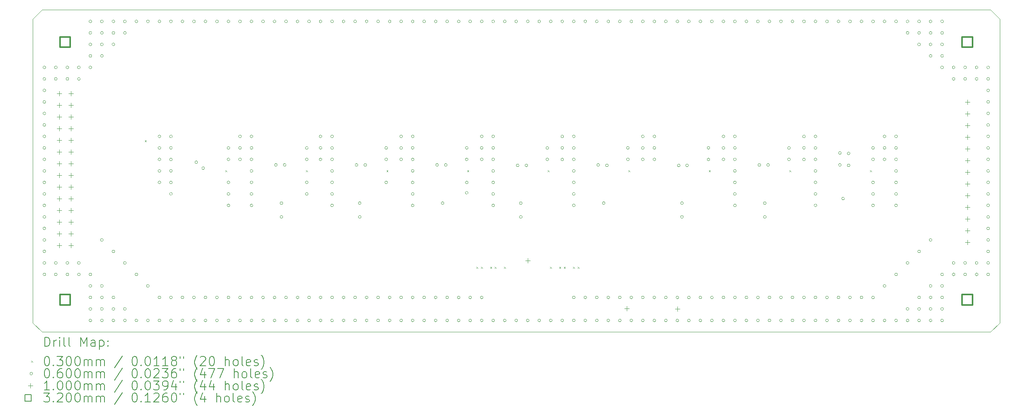
<source format=gbr>
%TF.GenerationSoftware,KiCad,Pcbnew,9.0.6-9.0.6~ubuntu24.04.1*%
%TF.CreationDate,2025-11-14T05:25:19+09:00*%
%TF.ProjectId,NCO_board,4e434f5f-626f-4617-9264-2e6b69636164,rev?*%
%TF.SameCoordinates,Original*%
%TF.FileFunction,Drillmap*%
%TF.FilePolarity,Positive*%
%FSLAX45Y45*%
G04 Gerber Fmt 4.5, Leading zero omitted, Abs format (unit mm)*
G04 Created by KiCad (PCBNEW 9.0.6-9.0.6~ubuntu24.04.1) date 2025-11-14 05:25:19*
%MOMM*%
%LPD*%
G01*
G04 APERTURE LIST*
%ADD10C,0.050000*%
%ADD11C,0.200000*%
%ADD12C,0.100000*%
%ADD13C,0.320000*%
G04 APERTURE END LIST*
D10*
X20800000Y-7000000D02*
X21000000Y-6800000D01*
X0Y-6800000D02*
X200000Y-7000000D01*
X20800000Y0D02*
X21000000Y-200000D01*
X200000Y0D02*
X0Y-200000D01*
X21000000Y-200000D02*
X21000000Y-6800000D01*
X200000Y-7000000D02*
X20800000Y-7000000D01*
X0Y-200000D02*
X0Y-6800000D01*
X200000Y0D02*
X20800000Y0D01*
D11*
D12*
X2435000Y-2835000D02*
X2465000Y-2865000D01*
X2465000Y-2835000D02*
X2435000Y-2865000D01*
X4185000Y-3485000D02*
X4215000Y-3515000D01*
X4215000Y-3485000D02*
X4185000Y-3515000D01*
X5935000Y-3485000D02*
X5965000Y-3515000D01*
X5965000Y-3485000D02*
X5935000Y-3515000D01*
X7685000Y-3485000D02*
X7715000Y-3515000D01*
X7715000Y-3485000D02*
X7685000Y-3515000D01*
X9435000Y-3485000D02*
X9465000Y-3515000D01*
X9465000Y-3485000D02*
X9435000Y-3515000D01*
X9635000Y-5585000D02*
X9665000Y-5615000D01*
X9665000Y-5585000D02*
X9635000Y-5615000D01*
X9735000Y-5585000D02*
X9765000Y-5615000D01*
X9765000Y-5585000D02*
X9735000Y-5615000D01*
X9935000Y-5585000D02*
X9965000Y-5615000D01*
X9965000Y-5585000D02*
X9935000Y-5615000D01*
X10035000Y-5585000D02*
X10065000Y-5615000D01*
X10065000Y-5585000D02*
X10035000Y-5615000D01*
X10235000Y-5585000D02*
X10265000Y-5615000D01*
X10265000Y-5585000D02*
X10235000Y-5615000D01*
X11185000Y-3485000D02*
X11215000Y-3515000D01*
X11215000Y-3485000D02*
X11185000Y-3515000D01*
X11235000Y-5585000D02*
X11265000Y-5615000D01*
X11265000Y-5585000D02*
X11235000Y-5615000D01*
X11435000Y-5585000D02*
X11465000Y-5615000D01*
X11465000Y-5585000D02*
X11435000Y-5615000D01*
X11535000Y-5585000D02*
X11565000Y-5615000D01*
X11565000Y-5585000D02*
X11535000Y-5615000D01*
X11735000Y-5585000D02*
X11765000Y-5615000D01*
X11765000Y-5585000D02*
X11735000Y-5615000D01*
X11835000Y-5585000D02*
X11865000Y-5615000D01*
X11865000Y-5585000D02*
X11835000Y-5615000D01*
X12935000Y-3485000D02*
X12965000Y-3515000D01*
X12965000Y-3485000D02*
X12935000Y-3515000D01*
X14685000Y-3485000D02*
X14715000Y-3515000D01*
X14715000Y-3485000D02*
X14685000Y-3515000D01*
X16435000Y-3485000D02*
X16465000Y-3515000D01*
X16465000Y-3485000D02*
X16435000Y-3515000D01*
X18185000Y-3485000D02*
X18215000Y-3515000D01*
X18215000Y-3485000D02*
X18185000Y-3515000D01*
X280000Y-1250000D02*
G75*
G02*
X220000Y-1250000I-30000J0D01*
G01*
X220000Y-1250000D02*
G75*
G02*
X280000Y-1250000I30000J0D01*
G01*
X280000Y-1500000D02*
G75*
G02*
X220000Y-1500000I-30000J0D01*
G01*
X220000Y-1500000D02*
G75*
G02*
X280000Y-1500000I30000J0D01*
G01*
X280000Y-1750000D02*
G75*
G02*
X220000Y-1750000I-30000J0D01*
G01*
X220000Y-1750000D02*
G75*
G02*
X280000Y-1750000I30000J0D01*
G01*
X280000Y-2000000D02*
G75*
G02*
X220000Y-2000000I-30000J0D01*
G01*
X220000Y-2000000D02*
G75*
G02*
X280000Y-2000000I30000J0D01*
G01*
X280000Y-2250000D02*
G75*
G02*
X220000Y-2250000I-30000J0D01*
G01*
X220000Y-2250000D02*
G75*
G02*
X280000Y-2250000I30000J0D01*
G01*
X280000Y-2500000D02*
G75*
G02*
X220000Y-2500000I-30000J0D01*
G01*
X220000Y-2500000D02*
G75*
G02*
X280000Y-2500000I30000J0D01*
G01*
X280000Y-2750000D02*
G75*
G02*
X220000Y-2750000I-30000J0D01*
G01*
X220000Y-2750000D02*
G75*
G02*
X280000Y-2750000I30000J0D01*
G01*
X280000Y-3000000D02*
G75*
G02*
X220000Y-3000000I-30000J0D01*
G01*
X220000Y-3000000D02*
G75*
G02*
X280000Y-3000000I30000J0D01*
G01*
X280000Y-3250000D02*
G75*
G02*
X220000Y-3250000I-30000J0D01*
G01*
X220000Y-3250000D02*
G75*
G02*
X280000Y-3250000I30000J0D01*
G01*
X280000Y-3500000D02*
G75*
G02*
X220000Y-3500000I-30000J0D01*
G01*
X220000Y-3500000D02*
G75*
G02*
X280000Y-3500000I30000J0D01*
G01*
X280000Y-3750000D02*
G75*
G02*
X220000Y-3750000I-30000J0D01*
G01*
X220000Y-3750000D02*
G75*
G02*
X280000Y-3750000I30000J0D01*
G01*
X280000Y-4000000D02*
G75*
G02*
X220000Y-4000000I-30000J0D01*
G01*
X220000Y-4000000D02*
G75*
G02*
X280000Y-4000000I30000J0D01*
G01*
X280000Y-4250000D02*
G75*
G02*
X220000Y-4250000I-30000J0D01*
G01*
X220000Y-4250000D02*
G75*
G02*
X280000Y-4250000I30000J0D01*
G01*
X280000Y-4500000D02*
G75*
G02*
X220000Y-4500000I-30000J0D01*
G01*
X220000Y-4500000D02*
G75*
G02*
X280000Y-4500000I30000J0D01*
G01*
X280000Y-4750000D02*
G75*
G02*
X220000Y-4750000I-30000J0D01*
G01*
X220000Y-4750000D02*
G75*
G02*
X280000Y-4750000I30000J0D01*
G01*
X280000Y-5000000D02*
G75*
G02*
X220000Y-5000000I-30000J0D01*
G01*
X220000Y-5000000D02*
G75*
G02*
X280000Y-5000000I30000J0D01*
G01*
X280000Y-5250000D02*
G75*
G02*
X220000Y-5250000I-30000J0D01*
G01*
X220000Y-5250000D02*
G75*
G02*
X280000Y-5250000I30000J0D01*
G01*
X280000Y-5500000D02*
G75*
G02*
X220000Y-5500000I-30000J0D01*
G01*
X220000Y-5500000D02*
G75*
G02*
X280000Y-5500000I30000J0D01*
G01*
X280000Y-5750000D02*
G75*
G02*
X220000Y-5750000I-30000J0D01*
G01*
X220000Y-5750000D02*
G75*
G02*
X280000Y-5750000I30000J0D01*
G01*
X530000Y-1250000D02*
G75*
G02*
X470000Y-1250000I-30000J0D01*
G01*
X470000Y-1250000D02*
G75*
G02*
X530000Y-1250000I30000J0D01*
G01*
X530000Y-1500000D02*
G75*
G02*
X470000Y-1500000I-30000J0D01*
G01*
X470000Y-1500000D02*
G75*
G02*
X530000Y-1500000I30000J0D01*
G01*
X530000Y-5500000D02*
G75*
G02*
X470000Y-5500000I-30000J0D01*
G01*
X470000Y-5500000D02*
G75*
G02*
X530000Y-5500000I30000J0D01*
G01*
X530000Y-5750000D02*
G75*
G02*
X470000Y-5750000I-30000J0D01*
G01*
X470000Y-5750000D02*
G75*
G02*
X530000Y-5750000I30000J0D01*
G01*
X780000Y-1250000D02*
G75*
G02*
X720000Y-1250000I-30000J0D01*
G01*
X720000Y-1250000D02*
G75*
G02*
X780000Y-1250000I30000J0D01*
G01*
X780000Y-1500000D02*
G75*
G02*
X720000Y-1500000I-30000J0D01*
G01*
X720000Y-1500000D02*
G75*
G02*
X780000Y-1500000I30000J0D01*
G01*
X780000Y-5500000D02*
G75*
G02*
X720000Y-5500000I-30000J0D01*
G01*
X720000Y-5500000D02*
G75*
G02*
X780000Y-5500000I30000J0D01*
G01*
X780000Y-5750000D02*
G75*
G02*
X720000Y-5750000I-30000J0D01*
G01*
X720000Y-5750000D02*
G75*
G02*
X780000Y-5750000I30000J0D01*
G01*
X1030000Y-1250000D02*
G75*
G02*
X970000Y-1250000I-30000J0D01*
G01*
X970000Y-1250000D02*
G75*
G02*
X1030000Y-1250000I30000J0D01*
G01*
X1030000Y-1500000D02*
G75*
G02*
X970000Y-1500000I-30000J0D01*
G01*
X970000Y-1500000D02*
G75*
G02*
X1030000Y-1500000I30000J0D01*
G01*
X1030000Y-5500000D02*
G75*
G02*
X970000Y-5500000I-30000J0D01*
G01*
X970000Y-5500000D02*
G75*
G02*
X1030000Y-5500000I30000J0D01*
G01*
X1030000Y-5750000D02*
G75*
G02*
X970000Y-5750000I-30000J0D01*
G01*
X970000Y-5750000D02*
G75*
G02*
X1030000Y-5750000I30000J0D01*
G01*
X1280000Y-250000D02*
G75*
G02*
X1220000Y-250000I-30000J0D01*
G01*
X1220000Y-250000D02*
G75*
G02*
X1280000Y-250000I30000J0D01*
G01*
X1280000Y-500000D02*
G75*
G02*
X1220000Y-500000I-30000J0D01*
G01*
X1220000Y-500000D02*
G75*
G02*
X1280000Y-500000I30000J0D01*
G01*
X1280000Y-750000D02*
G75*
G02*
X1220000Y-750000I-30000J0D01*
G01*
X1220000Y-750000D02*
G75*
G02*
X1280000Y-750000I30000J0D01*
G01*
X1280000Y-1000000D02*
G75*
G02*
X1220000Y-1000000I-30000J0D01*
G01*
X1220000Y-1000000D02*
G75*
G02*
X1280000Y-1000000I30000J0D01*
G01*
X1280000Y-1250000D02*
G75*
G02*
X1220000Y-1250000I-30000J0D01*
G01*
X1220000Y-1250000D02*
G75*
G02*
X1280000Y-1250000I30000J0D01*
G01*
X1280000Y-5750000D02*
G75*
G02*
X1220000Y-5750000I-30000J0D01*
G01*
X1220000Y-5750000D02*
G75*
G02*
X1280000Y-5750000I30000J0D01*
G01*
X1280000Y-6000000D02*
G75*
G02*
X1220000Y-6000000I-30000J0D01*
G01*
X1220000Y-6000000D02*
G75*
G02*
X1280000Y-6000000I30000J0D01*
G01*
X1280000Y-6250000D02*
G75*
G02*
X1220000Y-6250000I-30000J0D01*
G01*
X1220000Y-6250000D02*
G75*
G02*
X1280000Y-6250000I30000J0D01*
G01*
X1280000Y-6500000D02*
G75*
G02*
X1220000Y-6500000I-30000J0D01*
G01*
X1220000Y-6500000D02*
G75*
G02*
X1280000Y-6500000I30000J0D01*
G01*
X1280000Y-6750000D02*
G75*
G02*
X1220000Y-6750000I-30000J0D01*
G01*
X1220000Y-6750000D02*
G75*
G02*
X1280000Y-6750000I30000J0D01*
G01*
X1530000Y-250000D02*
G75*
G02*
X1470000Y-250000I-30000J0D01*
G01*
X1470000Y-250000D02*
G75*
G02*
X1530000Y-250000I30000J0D01*
G01*
X1530000Y-500000D02*
G75*
G02*
X1470000Y-500000I-30000J0D01*
G01*
X1470000Y-500000D02*
G75*
G02*
X1530000Y-500000I30000J0D01*
G01*
X1530000Y-750000D02*
G75*
G02*
X1470000Y-750000I-30000J0D01*
G01*
X1470000Y-750000D02*
G75*
G02*
X1530000Y-750000I30000J0D01*
G01*
X1530000Y-1000000D02*
G75*
G02*
X1470000Y-1000000I-30000J0D01*
G01*
X1470000Y-1000000D02*
G75*
G02*
X1530000Y-1000000I30000J0D01*
G01*
X1530000Y-5000000D02*
G75*
G02*
X1470000Y-5000000I-30000J0D01*
G01*
X1470000Y-5000000D02*
G75*
G02*
X1530000Y-5000000I30000J0D01*
G01*
X1530000Y-6000000D02*
G75*
G02*
X1470000Y-6000000I-30000J0D01*
G01*
X1470000Y-6000000D02*
G75*
G02*
X1530000Y-6000000I30000J0D01*
G01*
X1530000Y-6250000D02*
G75*
G02*
X1470000Y-6250000I-30000J0D01*
G01*
X1470000Y-6250000D02*
G75*
G02*
X1530000Y-6250000I30000J0D01*
G01*
X1530000Y-6500000D02*
G75*
G02*
X1470000Y-6500000I-30000J0D01*
G01*
X1470000Y-6500000D02*
G75*
G02*
X1530000Y-6500000I30000J0D01*
G01*
X1530000Y-6750000D02*
G75*
G02*
X1470000Y-6750000I-30000J0D01*
G01*
X1470000Y-6750000D02*
G75*
G02*
X1530000Y-6750000I30000J0D01*
G01*
X1780000Y-250000D02*
G75*
G02*
X1720000Y-250000I-30000J0D01*
G01*
X1720000Y-250000D02*
G75*
G02*
X1780000Y-250000I30000J0D01*
G01*
X1780000Y-500000D02*
G75*
G02*
X1720000Y-500000I-30000J0D01*
G01*
X1720000Y-500000D02*
G75*
G02*
X1780000Y-500000I30000J0D01*
G01*
X1780000Y-750000D02*
G75*
G02*
X1720000Y-750000I-30000J0D01*
G01*
X1720000Y-750000D02*
G75*
G02*
X1780000Y-750000I30000J0D01*
G01*
X1780000Y-5250000D02*
G75*
G02*
X1720000Y-5250000I-30000J0D01*
G01*
X1720000Y-5250000D02*
G75*
G02*
X1780000Y-5250000I30000J0D01*
G01*
X1780000Y-6250000D02*
G75*
G02*
X1720000Y-6250000I-30000J0D01*
G01*
X1720000Y-6250000D02*
G75*
G02*
X1780000Y-6250000I30000J0D01*
G01*
X1780000Y-6500000D02*
G75*
G02*
X1720000Y-6500000I-30000J0D01*
G01*
X1720000Y-6500000D02*
G75*
G02*
X1780000Y-6500000I30000J0D01*
G01*
X1780000Y-6750000D02*
G75*
G02*
X1720000Y-6750000I-30000J0D01*
G01*
X1720000Y-6750000D02*
G75*
G02*
X1780000Y-6750000I30000J0D01*
G01*
X2030000Y-250000D02*
G75*
G02*
X1970000Y-250000I-30000J0D01*
G01*
X1970000Y-250000D02*
G75*
G02*
X2030000Y-250000I30000J0D01*
G01*
X2030000Y-500000D02*
G75*
G02*
X1970000Y-500000I-30000J0D01*
G01*
X1970000Y-500000D02*
G75*
G02*
X2030000Y-500000I30000J0D01*
G01*
X2030000Y-5500000D02*
G75*
G02*
X1970000Y-5500000I-30000J0D01*
G01*
X1970000Y-5500000D02*
G75*
G02*
X2030000Y-5500000I30000J0D01*
G01*
X2030000Y-6500000D02*
G75*
G02*
X1970000Y-6500000I-30000J0D01*
G01*
X1970000Y-6500000D02*
G75*
G02*
X2030000Y-6500000I30000J0D01*
G01*
X2030000Y-6750000D02*
G75*
G02*
X1970000Y-6750000I-30000J0D01*
G01*
X1970000Y-6750000D02*
G75*
G02*
X2030000Y-6750000I30000J0D01*
G01*
X2280000Y-250000D02*
G75*
G02*
X2220000Y-250000I-30000J0D01*
G01*
X2220000Y-250000D02*
G75*
G02*
X2280000Y-250000I30000J0D01*
G01*
X2280000Y-5750000D02*
G75*
G02*
X2220000Y-5750000I-30000J0D01*
G01*
X2220000Y-5750000D02*
G75*
G02*
X2280000Y-5750000I30000J0D01*
G01*
X2280000Y-6750000D02*
G75*
G02*
X2220000Y-6750000I-30000J0D01*
G01*
X2220000Y-6750000D02*
G75*
G02*
X2280000Y-6750000I30000J0D01*
G01*
X2530000Y-250000D02*
G75*
G02*
X2470000Y-250000I-30000J0D01*
G01*
X2470000Y-250000D02*
G75*
G02*
X2530000Y-250000I30000J0D01*
G01*
X2530000Y-6000000D02*
G75*
G02*
X2470000Y-6000000I-30000J0D01*
G01*
X2470000Y-6000000D02*
G75*
G02*
X2530000Y-6000000I30000J0D01*
G01*
X2530000Y-6750000D02*
G75*
G02*
X2470000Y-6750000I-30000J0D01*
G01*
X2470000Y-6750000D02*
G75*
G02*
X2530000Y-6750000I30000J0D01*
G01*
X2780000Y-250000D02*
G75*
G02*
X2720000Y-250000I-30000J0D01*
G01*
X2720000Y-250000D02*
G75*
G02*
X2780000Y-250000I30000J0D01*
G01*
X2780000Y-2750000D02*
G75*
G02*
X2720000Y-2750000I-30000J0D01*
G01*
X2720000Y-2750000D02*
G75*
G02*
X2780000Y-2750000I30000J0D01*
G01*
X2780000Y-3000000D02*
G75*
G02*
X2720000Y-3000000I-30000J0D01*
G01*
X2720000Y-3000000D02*
G75*
G02*
X2780000Y-3000000I30000J0D01*
G01*
X2780000Y-3250000D02*
G75*
G02*
X2720000Y-3250000I-30000J0D01*
G01*
X2720000Y-3250000D02*
G75*
G02*
X2780000Y-3250000I30000J0D01*
G01*
X2780000Y-3500000D02*
G75*
G02*
X2720000Y-3500000I-30000J0D01*
G01*
X2720000Y-3500000D02*
G75*
G02*
X2780000Y-3500000I30000J0D01*
G01*
X2780000Y-3750000D02*
G75*
G02*
X2720000Y-3750000I-30000J0D01*
G01*
X2720000Y-3750000D02*
G75*
G02*
X2780000Y-3750000I30000J0D01*
G01*
X2780000Y-6250000D02*
G75*
G02*
X2720000Y-6250000I-30000J0D01*
G01*
X2720000Y-6250000D02*
G75*
G02*
X2780000Y-6250000I30000J0D01*
G01*
X2780000Y-6750000D02*
G75*
G02*
X2720000Y-6750000I-30000J0D01*
G01*
X2720000Y-6750000D02*
G75*
G02*
X2780000Y-6750000I30000J0D01*
G01*
X3030000Y-250000D02*
G75*
G02*
X2970000Y-250000I-30000J0D01*
G01*
X2970000Y-250000D02*
G75*
G02*
X3030000Y-250000I30000J0D01*
G01*
X3030000Y-2750000D02*
G75*
G02*
X2970000Y-2750000I-30000J0D01*
G01*
X2970000Y-2750000D02*
G75*
G02*
X3030000Y-2750000I30000J0D01*
G01*
X3030000Y-3000000D02*
G75*
G02*
X2970000Y-3000000I-30000J0D01*
G01*
X2970000Y-3000000D02*
G75*
G02*
X3030000Y-3000000I30000J0D01*
G01*
X3030000Y-3250000D02*
G75*
G02*
X2970000Y-3250000I-30000J0D01*
G01*
X2970000Y-3250000D02*
G75*
G02*
X3030000Y-3250000I30000J0D01*
G01*
X3030000Y-3500000D02*
G75*
G02*
X2970000Y-3500000I-30000J0D01*
G01*
X2970000Y-3500000D02*
G75*
G02*
X3030000Y-3500000I30000J0D01*
G01*
X3030000Y-3750000D02*
G75*
G02*
X2970000Y-3750000I-30000J0D01*
G01*
X2970000Y-3750000D02*
G75*
G02*
X3030000Y-3750000I30000J0D01*
G01*
X3030000Y-4000000D02*
G75*
G02*
X2970000Y-4000000I-30000J0D01*
G01*
X2970000Y-4000000D02*
G75*
G02*
X3030000Y-4000000I30000J0D01*
G01*
X3030000Y-6250000D02*
G75*
G02*
X2970000Y-6250000I-30000J0D01*
G01*
X2970000Y-6250000D02*
G75*
G02*
X3030000Y-6250000I30000J0D01*
G01*
X3030000Y-6750000D02*
G75*
G02*
X2970000Y-6750000I-30000J0D01*
G01*
X2970000Y-6750000D02*
G75*
G02*
X3030000Y-6750000I30000J0D01*
G01*
X3280000Y-250000D02*
G75*
G02*
X3220000Y-250000I-30000J0D01*
G01*
X3220000Y-250000D02*
G75*
G02*
X3280000Y-250000I30000J0D01*
G01*
X3280000Y-6250000D02*
G75*
G02*
X3220000Y-6250000I-30000J0D01*
G01*
X3220000Y-6250000D02*
G75*
G02*
X3280000Y-6250000I30000J0D01*
G01*
X3280000Y-6750000D02*
G75*
G02*
X3220000Y-6750000I-30000J0D01*
G01*
X3220000Y-6750000D02*
G75*
G02*
X3280000Y-6750000I30000J0D01*
G01*
X3530000Y-250000D02*
G75*
G02*
X3470000Y-250000I-30000J0D01*
G01*
X3470000Y-250000D02*
G75*
G02*
X3530000Y-250000I30000J0D01*
G01*
X3530000Y-6250000D02*
G75*
G02*
X3470000Y-6250000I-30000J0D01*
G01*
X3470000Y-6250000D02*
G75*
G02*
X3530000Y-6250000I30000J0D01*
G01*
X3530000Y-6750000D02*
G75*
G02*
X3470000Y-6750000I-30000J0D01*
G01*
X3470000Y-6750000D02*
G75*
G02*
X3530000Y-6750000I30000J0D01*
G01*
X3580000Y-3310000D02*
G75*
G02*
X3520000Y-3310000I-30000J0D01*
G01*
X3520000Y-3310000D02*
G75*
G02*
X3580000Y-3310000I30000J0D01*
G01*
X3730000Y-3440000D02*
G75*
G02*
X3670000Y-3440000I-30000J0D01*
G01*
X3670000Y-3440000D02*
G75*
G02*
X3730000Y-3440000I30000J0D01*
G01*
X3780000Y-250000D02*
G75*
G02*
X3720000Y-250000I-30000J0D01*
G01*
X3720000Y-250000D02*
G75*
G02*
X3780000Y-250000I30000J0D01*
G01*
X3780000Y-6250000D02*
G75*
G02*
X3720000Y-6250000I-30000J0D01*
G01*
X3720000Y-6250000D02*
G75*
G02*
X3780000Y-6250000I30000J0D01*
G01*
X3780000Y-6750000D02*
G75*
G02*
X3720000Y-6750000I-30000J0D01*
G01*
X3720000Y-6750000D02*
G75*
G02*
X3780000Y-6750000I30000J0D01*
G01*
X4030000Y-250000D02*
G75*
G02*
X3970000Y-250000I-30000J0D01*
G01*
X3970000Y-250000D02*
G75*
G02*
X4030000Y-250000I30000J0D01*
G01*
X4030000Y-6250000D02*
G75*
G02*
X3970000Y-6250000I-30000J0D01*
G01*
X3970000Y-6250000D02*
G75*
G02*
X4030000Y-6250000I30000J0D01*
G01*
X4030000Y-6750000D02*
G75*
G02*
X3970000Y-6750000I-30000J0D01*
G01*
X3970000Y-6750000D02*
G75*
G02*
X4030000Y-6750000I30000J0D01*
G01*
X4280000Y-250000D02*
G75*
G02*
X4220000Y-250000I-30000J0D01*
G01*
X4220000Y-250000D02*
G75*
G02*
X4280000Y-250000I30000J0D01*
G01*
X4280000Y-3000000D02*
G75*
G02*
X4220000Y-3000000I-30000J0D01*
G01*
X4220000Y-3000000D02*
G75*
G02*
X4280000Y-3000000I30000J0D01*
G01*
X4280000Y-3250000D02*
G75*
G02*
X4220000Y-3250000I-30000J0D01*
G01*
X4220000Y-3250000D02*
G75*
G02*
X4280000Y-3250000I30000J0D01*
G01*
X4280000Y-3750000D02*
G75*
G02*
X4220000Y-3750000I-30000J0D01*
G01*
X4220000Y-3750000D02*
G75*
G02*
X4280000Y-3750000I30000J0D01*
G01*
X4280000Y-4000000D02*
G75*
G02*
X4220000Y-4000000I-30000J0D01*
G01*
X4220000Y-4000000D02*
G75*
G02*
X4280000Y-4000000I30000J0D01*
G01*
X4280000Y-4250000D02*
G75*
G02*
X4220000Y-4250000I-30000J0D01*
G01*
X4220000Y-4250000D02*
G75*
G02*
X4280000Y-4250000I30000J0D01*
G01*
X4280000Y-6250000D02*
G75*
G02*
X4220000Y-6250000I-30000J0D01*
G01*
X4220000Y-6250000D02*
G75*
G02*
X4280000Y-6250000I30000J0D01*
G01*
X4280000Y-6750000D02*
G75*
G02*
X4220000Y-6750000I-30000J0D01*
G01*
X4220000Y-6750000D02*
G75*
G02*
X4280000Y-6750000I30000J0D01*
G01*
X4530000Y-250000D02*
G75*
G02*
X4470000Y-250000I-30000J0D01*
G01*
X4470000Y-250000D02*
G75*
G02*
X4530000Y-250000I30000J0D01*
G01*
X4530000Y-2750000D02*
G75*
G02*
X4470000Y-2750000I-30000J0D01*
G01*
X4470000Y-2750000D02*
G75*
G02*
X4530000Y-2750000I30000J0D01*
G01*
X4530000Y-3000000D02*
G75*
G02*
X4470000Y-3000000I-30000J0D01*
G01*
X4470000Y-3000000D02*
G75*
G02*
X4530000Y-3000000I30000J0D01*
G01*
X4530000Y-3250000D02*
G75*
G02*
X4470000Y-3250000I-30000J0D01*
G01*
X4470000Y-3250000D02*
G75*
G02*
X4530000Y-3250000I30000J0D01*
G01*
X4530000Y-6250000D02*
G75*
G02*
X4470000Y-6250000I-30000J0D01*
G01*
X4470000Y-6250000D02*
G75*
G02*
X4530000Y-6250000I30000J0D01*
G01*
X4530000Y-6750000D02*
G75*
G02*
X4470000Y-6750000I-30000J0D01*
G01*
X4470000Y-6750000D02*
G75*
G02*
X4530000Y-6750000I30000J0D01*
G01*
X4780000Y-250000D02*
G75*
G02*
X4720000Y-250000I-30000J0D01*
G01*
X4720000Y-250000D02*
G75*
G02*
X4780000Y-250000I30000J0D01*
G01*
X4780000Y-2750000D02*
G75*
G02*
X4720000Y-2750000I-30000J0D01*
G01*
X4720000Y-2750000D02*
G75*
G02*
X4780000Y-2750000I30000J0D01*
G01*
X4780000Y-3000000D02*
G75*
G02*
X4720000Y-3000000I-30000J0D01*
G01*
X4720000Y-3000000D02*
G75*
G02*
X4780000Y-3000000I30000J0D01*
G01*
X4780000Y-3250000D02*
G75*
G02*
X4720000Y-3250000I-30000J0D01*
G01*
X4720000Y-3250000D02*
G75*
G02*
X4780000Y-3250000I30000J0D01*
G01*
X4780000Y-3500000D02*
G75*
G02*
X4720000Y-3500000I-30000J0D01*
G01*
X4720000Y-3500000D02*
G75*
G02*
X4780000Y-3500000I30000J0D01*
G01*
X4780000Y-3750000D02*
G75*
G02*
X4720000Y-3750000I-30000J0D01*
G01*
X4720000Y-3750000D02*
G75*
G02*
X4780000Y-3750000I30000J0D01*
G01*
X4780000Y-4000000D02*
G75*
G02*
X4720000Y-4000000I-30000J0D01*
G01*
X4720000Y-4000000D02*
G75*
G02*
X4780000Y-4000000I30000J0D01*
G01*
X4780000Y-4250000D02*
G75*
G02*
X4720000Y-4250000I-30000J0D01*
G01*
X4720000Y-4250000D02*
G75*
G02*
X4780000Y-4250000I30000J0D01*
G01*
X4780000Y-6250000D02*
G75*
G02*
X4720000Y-6250000I-30000J0D01*
G01*
X4720000Y-6250000D02*
G75*
G02*
X4780000Y-6250000I30000J0D01*
G01*
X4780000Y-6750000D02*
G75*
G02*
X4720000Y-6750000I-30000J0D01*
G01*
X4720000Y-6750000D02*
G75*
G02*
X4780000Y-6750000I30000J0D01*
G01*
X5030000Y-250000D02*
G75*
G02*
X4970000Y-250000I-30000J0D01*
G01*
X4970000Y-250000D02*
G75*
G02*
X5030000Y-250000I30000J0D01*
G01*
X5030000Y-6250000D02*
G75*
G02*
X4970000Y-6250000I-30000J0D01*
G01*
X4970000Y-6250000D02*
G75*
G02*
X5030000Y-6250000I30000J0D01*
G01*
X5030000Y-6750000D02*
G75*
G02*
X4970000Y-6750000I-30000J0D01*
G01*
X4970000Y-6750000D02*
G75*
G02*
X5030000Y-6750000I30000J0D01*
G01*
X5280000Y-250000D02*
G75*
G02*
X5220000Y-250000I-30000J0D01*
G01*
X5220000Y-250000D02*
G75*
G02*
X5280000Y-250000I30000J0D01*
G01*
X5280000Y-6250000D02*
G75*
G02*
X5220000Y-6250000I-30000J0D01*
G01*
X5220000Y-6250000D02*
G75*
G02*
X5280000Y-6250000I30000J0D01*
G01*
X5280000Y-6750000D02*
G75*
G02*
X5220000Y-6750000I-30000J0D01*
G01*
X5220000Y-6750000D02*
G75*
G02*
X5280000Y-6750000I30000J0D01*
G01*
X5310000Y-3370000D02*
G75*
G02*
X5250000Y-3370000I-30000J0D01*
G01*
X5250000Y-3370000D02*
G75*
G02*
X5310000Y-3370000I30000J0D01*
G01*
X5430000Y-4200000D02*
G75*
G02*
X5370000Y-4200000I-30000J0D01*
G01*
X5370000Y-4200000D02*
G75*
G02*
X5430000Y-4200000I30000J0D01*
G01*
X5430000Y-4500000D02*
G75*
G02*
X5370000Y-4500000I-30000J0D01*
G01*
X5370000Y-4500000D02*
G75*
G02*
X5430000Y-4500000I30000J0D01*
G01*
X5500000Y-3370000D02*
G75*
G02*
X5440000Y-3370000I-30000J0D01*
G01*
X5440000Y-3370000D02*
G75*
G02*
X5500000Y-3370000I30000J0D01*
G01*
X5530000Y-250000D02*
G75*
G02*
X5470000Y-250000I-30000J0D01*
G01*
X5470000Y-250000D02*
G75*
G02*
X5530000Y-250000I30000J0D01*
G01*
X5530000Y-6250000D02*
G75*
G02*
X5470000Y-6250000I-30000J0D01*
G01*
X5470000Y-6250000D02*
G75*
G02*
X5530000Y-6250000I30000J0D01*
G01*
X5530000Y-6750000D02*
G75*
G02*
X5470000Y-6750000I-30000J0D01*
G01*
X5470000Y-6750000D02*
G75*
G02*
X5530000Y-6750000I30000J0D01*
G01*
X5780000Y-250000D02*
G75*
G02*
X5720000Y-250000I-30000J0D01*
G01*
X5720000Y-250000D02*
G75*
G02*
X5780000Y-250000I30000J0D01*
G01*
X5780000Y-6250000D02*
G75*
G02*
X5720000Y-6250000I-30000J0D01*
G01*
X5720000Y-6250000D02*
G75*
G02*
X5780000Y-6250000I30000J0D01*
G01*
X5780000Y-6750000D02*
G75*
G02*
X5720000Y-6750000I-30000J0D01*
G01*
X5720000Y-6750000D02*
G75*
G02*
X5780000Y-6750000I30000J0D01*
G01*
X5980000Y-3000000D02*
G75*
G02*
X5920000Y-3000000I-30000J0D01*
G01*
X5920000Y-3000000D02*
G75*
G02*
X5980000Y-3000000I30000J0D01*
G01*
X5980000Y-3250000D02*
G75*
G02*
X5920000Y-3250000I-30000J0D01*
G01*
X5920000Y-3250000D02*
G75*
G02*
X5980000Y-3250000I30000J0D01*
G01*
X5980000Y-3750000D02*
G75*
G02*
X5920000Y-3750000I-30000J0D01*
G01*
X5920000Y-3750000D02*
G75*
G02*
X5980000Y-3750000I30000J0D01*
G01*
X5980000Y-4000000D02*
G75*
G02*
X5920000Y-4000000I-30000J0D01*
G01*
X5920000Y-4000000D02*
G75*
G02*
X5980000Y-4000000I30000J0D01*
G01*
X6030000Y-250000D02*
G75*
G02*
X5970000Y-250000I-30000J0D01*
G01*
X5970000Y-250000D02*
G75*
G02*
X6030000Y-250000I30000J0D01*
G01*
X6030000Y-6250000D02*
G75*
G02*
X5970000Y-6250000I-30000J0D01*
G01*
X5970000Y-6250000D02*
G75*
G02*
X6030000Y-6250000I30000J0D01*
G01*
X6030000Y-6750000D02*
G75*
G02*
X5970000Y-6750000I-30000J0D01*
G01*
X5970000Y-6750000D02*
G75*
G02*
X6030000Y-6750000I30000J0D01*
G01*
X6280000Y-250000D02*
G75*
G02*
X6220000Y-250000I-30000J0D01*
G01*
X6220000Y-250000D02*
G75*
G02*
X6280000Y-250000I30000J0D01*
G01*
X6280000Y-2750000D02*
G75*
G02*
X6220000Y-2750000I-30000J0D01*
G01*
X6220000Y-2750000D02*
G75*
G02*
X6280000Y-2750000I30000J0D01*
G01*
X6280000Y-3000000D02*
G75*
G02*
X6220000Y-3000000I-30000J0D01*
G01*
X6220000Y-3000000D02*
G75*
G02*
X6280000Y-3000000I30000J0D01*
G01*
X6280000Y-3250000D02*
G75*
G02*
X6220000Y-3250000I-30000J0D01*
G01*
X6220000Y-3250000D02*
G75*
G02*
X6280000Y-3250000I30000J0D01*
G01*
X6280000Y-6250000D02*
G75*
G02*
X6220000Y-6250000I-30000J0D01*
G01*
X6220000Y-6250000D02*
G75*
G02*
X6280000Y-6250000I30000J0D01*
G01*
X6280000Y-6750000D02*
G75*
G02*
X6220000Y-6750000I-30000J0D01*
G01*
X6220000Y-6750000D02*
G75*
G02*
X6280000Y-6750000I30000J0D01*
G01*
X6530000Y-250000D02*
G75*
G02*
X6470000Y-250000I-30000J0D01*
G01*
X6470000Y-250000D02*
G75*
G02*
X6530000Y-250000I30000J0D01*
G01*
X6530000Y-2750000D02*
G75*
G02*
X6470000Y-2750000I-30000J0D01*
G01*
X6470000Y-2750000D02*
G75*
G02*
X6530000Y-2750000I30000J0D01*
G01*
X6530000Y-3000000D02*
G75*
G02*
X6470000Y-3000000I-30000J0D01*
G01*
X6470000Y-3000000D02*
G75*
G02*
X6530000Y-3000000I30000J0D01*
G01*
X6530000Y-3250000D02*
G75*
G02*
X6470000Y-3250000I-30000J0D01*
G01*
X6470000Y-3250000D02*
G75*
G02*
X6530000Y-3250000I30000J0D01*
G01*
X6530000Y-3500000D02*
G75*
G02*
X6470000Y-3500000I-30000J0D01*
G01*
X6470000Y-3500000D02*
G75*
G02*
X6530000Y-3500000I30000J0D01*
G01*
X6530000Y-3750000D02*
G75*
G02*
X6470000Y-3750000I-30000J0D01*
G01*
X6470000Y-3750000D02*
G75*
G02*
X6530000Y-3750000I30000J0D01*
G01*
X6530000Y-4000000D02*
G75*
G02*
X6470000Y-4000000I-30000J0D01*
G01*
X6470000Y-4000000D02*
G75*
G02*
X6530000Y-4000000I30000J0D01*
G01*
X6530000Y-4250000D02*
G75*
G02*
X6470000Y-4250000I-30000J0D01*
G01*
X6470000Y-4250000D02*
G75*
G02*
X6530000Y-4250000I30000J0D01*
G01*
X6530000Y-6250000D02*
G75*
G02*
X6470000Y-6250000I-30000J0D01*
G01*
X6470000Y-6250000D02*
G75*
G02*
X6530000Y-6250000I30000J0D01*
G01*
X6530000Y-6750000D02*
G75*
G02*
X6470000Y-6750000I-30000J0D01*
G01*
X6470000Y-6750000D02*
G75*
G02*
X6530000Y-6750000I30000J0D01*
G01*
X6780000Y-250000D02*
G75*
G02*
X6720000Y-250000I-30000J0D01*
G01*
X6720000Y-250000D02*
G75*
G02*
X6780000Y-250000I30000J0D01*
G01*
X6780000Y-6250000D02*
G75*
G02*
X6720000Y-6250000I-30000J0D01*
G01*
X6720000Y-6250000D02*
G75*
G02*
X6780000Y-6250000I30000J0D01*
G01*
X6780000Y-6750000D02*
G75*
G02*
X6720000Y-6750000I-30000J0D01*
G01*
X6720000Y-6750000D02*
G75*
G02*
X6780000Y-6750000I30000J0D01*
G01*
X7030000Y-250000D02*
G75*
G02*
X6970000Y-250000I-30000J0D01*
G01*
X6970000Y-250000D02*
G75*
G02*
X7030000Y-250000I30000J0D01*
G01*
X7030000Y-6250000D02*
G75*
G02*
X6970000Y-6250000I-30000J0D01*
G01*
X6970000Y-6250000D02*
G75*
G02*
X7030000Y-6250000I30000J0D01*
G01*
X7030000Y-6750000D02*
G75*
G02*
X6970000Y-6750000I-30000J0D01*
G01*
X6970000Y-6750000D02*
G75*
G02*
X7030000Y-6750000I30000J0D01*
G01*
X7060000Y-3370000D02*
G75*
G02*
X7000000Y-3370000I-30000J0D01*
G01*
X7000000Y-3370000D02*
G75*
G02*
X7060000Y-3370000I30000J0D01*
G01*
X7130000Y-4200000D02*
G75*
G02*
X7070000Y-4200000I-30000J0D01*
G01*
X7070000Y-4200000D02*
G75*
G02*
X7130000Y-4200000I30000J0D01*
G01*
X7130000Y-4500000D02*
G75*
G02*
X7070000Y-4500000I-30000J0D01*
G01*
X7070000Y-4500000D02*
G75*
G02*
X7130000Y-4500000I30000J0D01*
G01*
X7250000Y-3370000D02*
G75*
G02*
X7190000Y-3370000I-30000J0D01*
G01*
X7190000Y-3370000D02*
G75*
G02*
X7250000Y-3370000I30000J0D01*
G01*
X7280000Y-250000D02*
G75*
G02*
X7220000Y-250000I-30000J0D01*
G01*
X7220000Y-250000D02*
G75*
G02*
X7280000Y-250000I30000J0D01*
G01*
X7280000Y-6250000D02*
G75*
G02*
X7220000Y-6250000I-30000J0D01*
G01*
X7220000Y-6250000D02*
G75*
G02*
X7280000Y-6250000I30000J0D01*
G01*
X7280000Y-6750000D02*
G75*
G02*
X7220000Y-6750000I-30000J0D01*
G01*
X7220000Y-6750000D02*
G75*
G02*
X7280000Y-6750000I30000J0D01*
G01*
X7530000Y-250000D02*
G75*
G02*
X7470000Y-250000I-30000J0D01*
G01*
X7470000Y-250000D02*
G75*
G02*
X7530000Y-250000I30000J0D01*
G01*
X7530000Y-6250000D02*
G75*
G02*
X7470000Y-6250000I-30000J0D01*
G01*
X7470000Y-6250000D02*
G75*
G02*
X7530000Y-6250000I30000J0D01*
G01*
X7530000Y-6750000D02*
G75*
G02*
X7470000Y-6750000I-30000J0D01*
G01*
X7470000Y-6750000D02*
G75*
G02*
X7530000Y-6750000I30000J0D01*
G01*
X7705000Y-3000000D02*
G75*
G02*
X7645000Y-3000000I-30000J0D01*
G01*
X7645000Y-3000000D02*
G75*
G02*
X7705000Y-3000000I30000J0D01*
G01*
X7705000Y-3250000D02*
G75*
G02*
X7645000Y-3250000I-30000J0D01*
G01*
X7645000Y-3250000D02*
G75*
G02*
X7705000Y-3250000I30000J0D01*
G01*
X7705000Y-3750000D02*
G75*
G02*
X7645000Y-3750000I-30000J0D01*
G01*
X7645000Y-3750000D02*
G75*
G02*
X7705000Y-3750000I30000J0D01*
G01*
X7780000Y-250000D02*
G75*
G02*
X7720000Y-250000I-30000J0D01*
G01*
X7720000Y-250000D02*
G75*
G02*
X7780000Y-250000I30000J0D01*
G01*
X7780000Y-6250000D02*
G75*
G02*
X7720000Y-6250000I-30000J0D01*
G01*
X7720000Y-6250000D02*
G75*
G02*
X7780000Y-6250000I30000J0D01*
G01*
X7780000Y-6750000D02*
G75*
G02*
X7720000Y-6750000I-30000J0D01*
G01*
X7720000Y-6750000D02*
G75*
G02*
X7780000Y-6750000I30000J0D01*
G01*
X8030000Y-250000D02*
G75*
G02*
X7970000Y-250000I-30000J0D01*
G01*
X7970000Y-250000D02*
G75*
G02*
X8030000Y-250000I30000J0D01*
G01*
X8030000Y-2750000D02*
G75*
G02*
X7970000Y-2750000I-30000J0D01*
G01*
X7970000Y-2750000D02*
G75*
G02*
X8030000Y-2750000I30000J0D01*
G01*
X8030000Y-3000000D02*
G75*
G02*
X7970000Y-3000000I-30000J0D01*
G01*
X7970000Y-3000000D02*
G75*
G02*
X8030000Y-3000000I30000J0D01*
G01*
X8030000Y-3250000D02*
G75*
G02*
X7970000Y-3250000I-30000J0D01*
G01*
X7970000Y-3250000D02*
G75*
G02*
X8030000Y-3250000I30000J0D01*
G01*
X8030000Y-6250000D02*
G75*
G02*
X7970000Y-6250000I-30000J0D01*
G01*
X7970000Y-6250000D02*
G75*
G02*
X8030000Y-6250000I30000J0D01*
G01*
X8030000Y-6750000D02*
G75*
G02*
X7970000Y-6750000I-30000J0D01*
G01*
X7970000Y-6750000D02*
G75*
G02*
X8030000Y-6750000I30000J0D01*
G01*
X8280000Y-250000D02*
G75*
G02*
X8220000Y-250000I-30000J0D01*
G01*
X8220000Y-250000D02*
G75*
G02*
X8280000Y-250000I30000J0D01*
G01*
X8280000Y-2750000D02*
G75*
G02*
X8220000Y-2750000I-30000J0D01*
G01*
X8220000Y-2750000D02*
G75*
G02*
X8280000Y-2750000I30000J0D01*
G01*
X8280000Y-3000000D02*
G75*
G02*
X8220000Y-3000000I-30000J0D01*
G01*
X8220000Y-3000000D02*
G75*
G02*
X8280000Y-3000000I30000J0D01*
G01*
X8280000Y-3250000D02*
G75*
G02*
X8220000Y-3250000I-30000J0D01*
G01*
X8220000Y-3250000D02*
G75*
G02*
X8280000Y-3250000I30000J0D01*
G01*
X8280000Y-3500000D02*
G75*
G02*
X8220000Y-3500000I-30000J0D01*
G01*
X8220000Y-3500000D02*
G75*
G02*
X8280000Y-3500000I30000J0D01*
G01*
X8280000Y-3750000D02*
G75*
G02*
X8220000Y-3750000I-30000J0D01*
G01*
X8220000Y-3750000D02*
G75*
G02*
X8280000Y-3750000I30000J0D01*
G01*
X8280000Y-4000000D02*
G75*
G02*
X8220000Y-4000000I-30000J0D01*
G01*
X8220000Y-4000000D02*
G75*
G02*
X8280000Y-4000000I30000J0D01*
G01*
X8280000Y-4250000D02*
G75*
G02*
X8220000Y-4250000I-30000J0D01*
G01*
X8220000Y-4250000D02*
G75*
G02*
X8280000Y-4250000I30000J0D01*
G01*
X8280000Y-6250000D02*
G75*
G02*
X8220000Y-6250000I-30000J0D01*
G01*
X8220000Y-6250000D02*
G75*
G02*
X8280000Y-6250000I30000J0D01*
G01*
X8280000Y-6750000D02*
G75*
G02*
X8220000Y-6750000I-30000J0D01*
G01*
X8220000Y-6750000D02*
G75*
G02*
X8280000Y-6750000I30000J0D01*
G01*
X8530000Y-250000D02*
G75*
G02*
X8470000Y-250000I-30000J0D01*
G01*
X8470000Y-250000D02*
G75*
G02*
X8530000Y-250000I30000J0D01*
G01*
X8530000Y-6250000D02*
G75*
G02*
X8470000Y-6250000I-30000J0D01*
G01*
X8470000Y-6250000D02*
G75*
G02*
X8530000Y-6250000I30000J0D01*
G01*
X8530000Y-6750000D02*
G75*
G02*
X8470000Y-6750000I-30000J0D01*
G01*
X8470000Y-6750000D02*
G75*
G02*
X8530000Y-6750000I30000J0D01*
G01*
X8780000Y-250000D02*
G75*
G02*
X8720000Y-250000I-30000J0D01*
G01*
X8720000Y-250000D02*
G75*
G02*
X8780000Y-250000I30000J0D01*
G01*
X8780000Y-6250000D02*
G75*
G02*
X8720000Y-6250000I-30000J0D01*
G01*
X8720000Y-6250000D02*
G75*
G02*
X8780000Y-6250000I30000J0D01*
G01*
X8780000Y-6750000D02*
G75*
G02*
X8720000Y-6750000I-30000J0D01*
G01*
X8720000Y-6750000D02*
G75*
G02*
X8780000Y-6750000I30000J0D01*
G01*
X8810000Y-3370000D02*
G75*
G02*
X8750000Y-3370000I-30000J0D01*
G01*
X8750000Y-3370000D02*
G75*
G02*
X8810000Y-3370000I30000J0D01*
G01*
X8930000Y-4200000D02*
G75*
G02*
X8870000Y-4200000I-30000J0D01*
G01*
X8870000Y-4200000D02*
G75*
G02*
X8930000Y-4200000I30000J0D01*
G01*
X9000000Y-3370000D02*
G75*
G02*
X8940000Y-3370000I-30000J0D01*
G01*
X8940000Y-3370000D02*
G75*
G02*
X9000000Y-3370000I30000J0D01*
G01*
X9030000Y-250000D02*
G75*
G02*
X8970000Y-250000I-30000J0D01*
G01*
X8970000Y-250000D02*
G75*
G02*
X9030000Y-250000I30000J0D01*
G01*
X9030000Y-6250000D02*
G75*
G02*
X8970000Y-6250000I-30000J0D01*
G01*
X8970000Y-6250000D02*
G75*
G02*
X9030000Y-6250000I30000J0D01*
G01*
X9030000Y-6750000D02*
G75*
G02*
X8970000Y-6750000I-30000J0D01*
G01*
X8970000Y-6750000D02*
G75*
G02*
X9030000Y-6750000I30000J0D01*
G01*
X9280000Y-250000D02*
G75*
G02*
X9220000Y-250000I-30000J0D01*
G01*
X9220000Y-250000D02*
G75*
G02*
X9280000Y-250000I30000J0D01*
G01*
X9280000Y-6250000D02*
G75*
G02*
X9220000Y-6250000I-30000J0D01*
G01*
X9220000Y-6250000D02*
G75*
G02*
X9280000Y-6250000I30000J0D01*
G01*
X9280000Y-6750000D02*
G75*
G02*
X9220000Y-6750000I-30000J0D01*
G01*
X9220000Y-6750000D02*
G75*
G02*
X9280000Y-6750000I30000J0D01*
G01*
X9455000Y-3000000D02*
G75*
G02*
X9395000Y-3000000I-30000J0D01*
G01*
X9395000Y-3000000D02*
G75*
G02*
X9455000Y-3000000I30000J0D01*
G01*
X9455000Y-3250000D02*
G75*
G02*
X9395000Y-3250000I-30000J0D01*
G01*
X9395000Y-3250000D02*
G75*
G02*
X9455000Y-3250000I30000J0D01*
G01*
X9455000Y-3750000D02*
G75*
G02*
X9395000Y-3750000I-30000J0D01*
G01*
X9395000Y-3750000D02*
G75*
G02*
X9455000Y-3750000I30000J0D01*
G01*
X9455000Y-3975000D02*
G75*
G02*
X9395000Y-3975000I-30000J0D01*
G01*
X9395000Y-3975000D02*
G75*
G02*
X9455000Y-3975000I30000J0D01*
G01*
X9530000Y-250000D02*
G75*
G02*
X9470000Y-250000I-30000J0D01*
G01*
X9470000Y-250000D02*
G75*
G02*
X9530000Y-250000I30000J0D01*
G01*
X9530000Y-6250000D02*
G75*
G02*
X9470000Y-6250000I-30000J0D01*
G01*
X9470000Y-6250000D02*
G75*
G02*
X9530000Y-6250000I30000J0D01*
G01*
X9530000Y-6750000D02*
G75*
G02*
X9470000Y-6750000I-30000J0D01*
G01*
X9470000Y-6750000D02*
G75*
G02*
X9530000Y-6750000I30000J0D01*
G01*
X9780000Y-250000D02*
G75*
G02*
X9720000Y-250000I-30000J0D01*
G01*
X9720000Y-250000D02*
G75*
G02*
X9780000Y-250000I30000J0D01*
G01*
X9780000Y-2750000D02*
G75*
G02*
X9720000Y-2750000I-30000J0D01*
G01*
X9720000Y-2750000D02*
G75*
G02*
X9780000Y-2750000I30000J0D01*
G01*
X9780000Y-3000000D02*
G75*
G02*
X9720000Y-3000000I-30000J0D01*
G01*
X9720000Y-3000000D02*
G75*
G02*
X9780000Y-3000000I30000J0D01*
G01*
X9780000Y-3250000D02*
G75*
G02*
X9720000Y-3250000I-30000J0D01*
G01*
X9720000Y-3250000D02*
G75*
G02*
X9780000Y-3250000I30000J0D01*
G01*
X9780000Y-6250000D02*
G75*
G02*
X9720000Y-6250000I-30000J0D01*
G01*
X9720000Y-6250000D02*
G75*
G02*
X9780000Y-6250000I30000J0D01*
G01*
X9780000Y-6750000D02*
G75*
G02*
X9720000Y-6750000I-30000J0D01*
G01*
X9720000Y-6750000D02*
G75*
G02*
X9780000Y-6750000I30000J0D01*
G01*
X10030000Y-250000D02*
G75*
G02*
X9970000Y-250000I-30000J0D01*
G01*
X9970000Y-250000D02*
G75*
G02*
X10030000Y-250000I30000J0D01*
G01*
X10030000Y-2750000D02*
G75*
G02*
X9970000Y-2750000I-30000J0D01*
G01*
X9970000Y-2750000D02*
G75*
G02*
X10030000Y-2750000I30000J0D01*
G01*
X10030000Y-3000000D02*
G75*
G02*
X9970000Y-3000000I-30000J0D01*
G01*
X9970000Y-3000000D02*
G75*
G02*
X10030000Y-3000000I30000J0D01*
G01*
X10030000Y-3250000D02*
G75*
G02*
X9970000Y-3250000I-30000J0D01*
G01*
X9970000Y-3250000D02*
G75*
G02*
X10030000Y-3250000I30000J0D01*
G01*
X10030000Y-3500000D02*
G75*
G02*
X9970000Y-3500000I-30000J0D01*
G01*
X9970000Y-3500000D02*
G75*
G02*
X10030000Y-3500000I30000J0D01*
G01*
X10030000Y-3750000D02*
G75*
G02*
X9970000Y-3750000I-30000J0D01*
G01*
X9970000Y-3750000D02*
G75*
G02*
X10030000Y-3750000I30000J0D01*
G01*
X10030000Y-4000000D02*
G75*
G02*
X9970000Y-4000000I-30000J0D01*
G01*
X9970000Y-4000000D02*
G75*
G02*
X10030000Y-4000000I30000J0D01*
G01*
X10030000Y-4250000D02*
G75*
G02*
X9970000Y-4250000I-30000J0D01*
G01*
X9970000Y-4250000D02*
G75*
G02*
X10030000Y-4250000I30000J0D01*
G01*
X10030000Y-6750000D02*
G75*
G02*
X9970000Y-6750000I-30000J0D01*
G01*
X9970000Y-6750000D02*
G75*
G02*
X10030000Y-6750000I30000J0D01*
G01*
X10280000Y-250000D02*
G75*
G02*
X10220000Y-250000I-30000J0D01*
G01*
X10220000Y-250000D02*
G75*
G02*
X10280000Y-250000I30000J0D01*
G01*
X10280000Y-6750000D02*
G75*
G02*
X10220000Y-6750000I-30000J0D01*
G01*
X10220000Y-6750000D02*
G75*
G02*
X10280000Y-6750000I30000J0D01*
G01*
X10530000Y-250000D02*
G75*
G02*
X10470000Y-250000I-30000J0D01*
G01*
X10470000Y-250000D02*
G75*
G02*
X10530000Y-250000I30000J0D01*
G01*
X10530000Y-6750000D02*
G75*
G02*
X10470000Y-6750000I-30000J0D01*
G01*
X10470000Y-6750000D02*
G75*
G02*
X10530000Y-6750000I30000J0D01*
G01*
X10560000Y-3380000D02*
G75*
G02*
X10500000Y-3380000I-30000J0D01*
G01*
X10500000Y-3380000D02*
G75*
G02*
X10560000Y-3380000I30000J0D01*
G01*
X10630000Y-4200000D02*
G75*
G02*
X10570000Y-4200000I-30000J0D01*
G01*
X10570000Y-4200000D02*
G75*
G02*
X10630000Y-4200000I30000J0D01*
G01*
X10630000Y-4500000D02*
G75*
G02*
X10570000Y-4500000I-30000J0D01*
G01*
X10570000Y-4500000D02*
G75*
G02*
X10630000Y-4500000I30000J0D01*
G01*
X10750000Y-3380000D02*
G75*
G02*
X10690000Y-3380000I-30000J0D01*
G01*
X10690000Y-3380000D02*
G75*
G02*
X10750000Y-3380000I30000J0D01*
G01*
X10780000Y-250000D02*
G75*
G02*
X10720000Y-250000I-30000J0D01*
G01*
X10720000Y-250000D02*
G75*
G02*
X10780000Y-250000I30000J0D01*
G01*
X10780000Y-6750000D02*
G75*
G02*
X10720000Y-6750000I-30000J0D01*
G01*
X10720000Y-6750000D02*
G75*
G02*
X10780000Y-6750000I30000J0D01*
G01*
X11030000Y-250000D02*
G75*
G02*
X10970000Y-250000I-30000J0D01*
G01*
X10970000Y-250000D02*
G75*
G02*
X11030000Y-250000I30000J0D01*
G01*
X11030000Y-6750000D02*
G75*
G02*
X10970000Y-6750000I-30000J0D01*
G01*
X10970000Y-6750000D02*
G75*
G02*
X11030000Y-6750000I30000J0D01*
G01*
X11205000Y-3000000D02*
G75*
G02*
X11145000Y-3000000I-30000J0D01*
G01*
X11145000Y-3000000D02*
G75*
G02*
X11205000Y-3000000I30000J0D01*
G01*
X11205000Y-3250000D02*
G75*
G02*
X11145000Y-3250000I-30000J0D01*
G01*
X11145000Y-3250000D02*
G75*
G02*
X11205000Y-3250000I30000J0D01*
G01*
X11280000Y-250000D02*
G75*
G02*
X11220000Y-250000I-30000J0D01*
G01*
X11220000Y-250000D02*
G75*
G02*
X11280000Y-250000I30000J0D01*
G01*
X11280000Y-6750000D02*
G75*
G02*
X11220000Y-6750000I-30000J0D01*
G01*
X11220000Y-6750000D02*
G75*
G02*
X11280000Y-6750000I30000J0D01*
G01*
X11530000Y-250000D02*
G75*
G02*
X11470000Y-250000I-30000J0D01*
G01*
X11470000Y-250000D02*
G75*
G02*
X11530000Y-250000I30000J0D01*
G01*
X11530000Y-2750000D02*
G75*
G02*
X11470000Y-2750000I-30000J0D01*
G01*
X11470000Y-2750000D02*
G75*
G02*
X11530000Y-2750000I30000J0D01*
G01*
X11530000Y-3000000D02*
G75*
G02*
X11470000Y-3000000I-30000J0D01*
G01*
X11470000Y-3000000D02*
G75*
G02*
X11530000Y-3000000I30000J0D01*
G01*
X11530000Y-3250000D02*
G75*
G02*
X11470000Y-3250000I-30000J0D01*
G01*
X11470000Y-3250000D02*
G75*
G02*
X11530000Y-3250000I30000J0D01*
G01*
X11530000Y-6750000D02*
G75*
G02*
X11470000Y-6750000I-30000J0D01*
G01*
X11470000Y-6750000D02*
G75*
G02*
X11530000Y-6750000I30000J0D01*
G01*
X11780000Y-250000D02*
G75*
G02*
X11720000Y-250000I-30000J0D01*
G01*
X11720000Y-250000D02*
G75*
G02*
X11780000Y-250000I30000J0D01*
G01*
X11780000Y-2750000D02*
G75*
G02*
X11720000Y-2750000I-30000J0D01*
G01*
X11720000Y-2750000D02*
G75*
G02*
X11780000Y-2750000I30000J0D01*
G01*
X11780000Y-3000000D02*
G75*
G02*
X11720000Y-3000000I-30000J0D01*
G01*
X11720000Y-3000000D02*
G75*
G02*
X11780000Y-3000000I30000J0D01*
G01*
X11780000Y-3250000D02*
G75*
G02*
X11720000Y-3250000I-30000J0D01*
G01*
X11720000Y-3250000D02*
G75*
G02*
X11780000Y-3250000I30000J0D01*
G01*
X11780000Y-3500000D02*
G75*
G02*
X11720000Y-3500000I-30000J0D01*
G01*
X11720000Y-3500000D02*
G75*
G02*
X11780000Y-3500000I30000J0D01*
G01*
X11780000Y-3750000D02*
G75*
G02*
X11720000Y-3750000I-30000J0D01*
G01*
X11720000Y-3750000D02*
G75*
G02*
X11780000Y-3750000I30000J0D01*
G01*
X11780000Y-4000000D02*
G75*
G02*
X11720000Y-4000000I-30000J0D01*
G01*
X11720000Y-4000000D02*
G75*
G02*
X11780000Y-4000000I30000J0D01*
G01*
X11780000Y-4250000D02*
G75*
G02*
X11720000Y-4250000I-30000J0D01*
G01*
X11720000Y-4250000D02*
G75*
G02*
X11780000Y-4250000I30000J0D01*
G01*
X11780000Y-6250000D02*
G75*
G02*
X11720000Y-6250000I-30000J0D01*
G01*
X11720000Y-6250000D02*
G75*
G02*
X11780000Y-6250000I30000J0D01*
G01*
X11780000Y-6750000D02*
G75*
G02*
X11720000Y-6750000I-30000J0D01*
G01*
X11720000Y-6750000D02*
G75*
G02*
X11780000Y-6750000I30000J0D01*
G01*
X12030000Y-250000D02*
G75*
G02*
X11970000Y-250000I-30000J0D01*
G01*
X11970000Y-250000D02*
G75*
G02*
X12030000Y-250000I30000J0D01*
G01*
X12030000Y-6250000D02*
G75*
G02*
X11970000Y-6250000I-30000J0D01*
G01*
X11970000Y-6250000D02*
G75*
G02*
X12030000Y-6250000I30000J0D01*
G01*
X12030000Y-6750000D02*
G75*
G02*
X11970000Y-6750000I-30000J0D01*
G01*
X11970000Y-6750000D02*
G75*
G02*
X12030000Y-6750000I30000J0D01*
G01*
X12280000Y-250000D02*
G75*
G02*
X12220000Y-250000I-30000J0D01*
G01*
X12220000Y-250000D02*
G75*
G02*
X12280000Y-250000I30000J0D01*
G01*
X12280000Y-6250000D02*
G75*
G02*
X12220000Y-6250000I-30000J0D01*
G01*
X12220000Y-6250000D02*
G75*
G02*
X12280000Y-6250000I30000J0D01*
G01*
X12280000Y-6750000D02*
G75*
G02*
X12220000Y-6750000I-30000J0D01*
G01*
X12220000Y-6750000D02*
G75*
G02*
X12280000Y-6750000I30000J0D01*
G01*
X12310000Y-3370000D02*
G75*
G02*
X12250000Y-3370000I-30000J0D01*
G01*
X12250000Y-3370000D02*
G75*
G02*
X12310000Y-3370000I30000J0D01*
G01*
X12430000Y-4200000D02*
G75*
G02*
X12370000Y-4200000I-30000J0D01*
G01*
X12370000Y-4200000D02*
G75*
G02*
X12430000Y-4200000I30000J0D01*
G01*
X12500000Y-3380000D02*
G75*
G02*
X12440000Y-3380000I-30000J0D01*
G01*
X12440000Y-3380000D02*
G75*
G02*
X12500000Y-3380000I30000J0D01*
G01*
X12530000Y-250000D02*
G75*
G02*
X12470000Y-250000I-30000J0D01*
G01*
X12470000Y-250000D02*
G75*
G02*
X12530000Y-250000I30000J0D01*
G01*
X12530000Y-6250000D02*
G75*
G02*
X12470000Y-6250000I-30000J0D01*
G01*
X12470000Y-6250000D02*
G75*
G02*
X12530000Y-6250000I30000J0D01*
G01*
X12530000Y-6750000D02*
G75*
G02*
X12470000Y-6750000I-30000J0D01*
G01*
X12470000Y-6750000D02*
G75*
G02*
X12530000Y-6750000I30000J0D01*
G01*
X12780000Y-250000D02*
G75*
G02*
X12720000Y-250000I-30000J0D01*
G01*
X12720000Y-250000D02*
G75*
G02*
X12780000Y-250000I30000J0D01*
G01*
X12780000Y-6250000D02*
G75*
G02*
X12720000Y-6250000I-30000J0D01*
G01*
X12720000Y-6250000D02*
G75*
G02*
X12780000Y-6250000I30000J0D01*
G01*
X12780000Y-6750000D02*
G75*
G02*
X12720000Y-6750000I-30000J0D01*
G01*
X12720000Y-6750000D02*
G75*
G02*
X12780000Y-6750000I30000J0D01*
G01*
X12955000Y-3000000D02*
G75*
G02*
X12895000Y-3000000I-30000J0D01*
G01*
X12895000Y-3000000D02*
G75*
G02*
X12955000Y-3000000I30000J0D01*
G01*
X12955000Y-3250000D02*
G75*
G02*
X12895000Y-3250000I-30000J0D01*
G01*
X12895000Y-3250000D02*
G75*
G02*
X12955000Y-3250000I30000J0D01*
G01*
X13030000Y-250000D02*
G75*
G02*
X12970000Y-250000I-30000J0D01*
G01*
X12970000Y-250000D02*
G75*
G02*
X13030000Y-250000I30000J0D01*
G01*
X13030000Y-6250000D02*
G75*
G02*
X12970000Y-6250000I-30000J0D01*
G01*
X12970000Y-6250000D02*
G75*
G02*
X13030000Y-6250000I30000J0D01*
G01*
X13030000Y-6750000D02*
G75*
G02*
X12970000Y-6750000I-30000J0D01*
G01*
X12970000Y-6750000D02*
G75*
G02*
X13030000Y-6750000I30000J0D01*
G01*
X13280000Y-250000D02*
G75*
G02*
X13220000Y-250000I-30000J0D01*
G01*
X13220000Y-250000D02*
G75*
G02*
X13280000Y-250000I30000J0D01*
G01*
X13280000Y-2750000D02*
G75*
G02*
X13220000Y-2750000I-30000J0D01*
G01*
X13220000Y-2750000D02*
G75*
G02*
X13280000Y-2750000I30000J0D01*
G01*
X13280000Y-3000000D02*
G75*
G02*
X13220000Y-3000000I-30000J0D01*
G01*
X13220000Y-3000000D02*
G75*
G02*
X13280000Y-3000000I30000J0D01*
G01*
X13280000Y-3250000D02*
G75*
G02*
X13220000Y-3250000I-30000J0D01*
G01*
X13220000Y-3250000D02*
G75*
G02*
X13280000Y-3250000I30000J0D01*
G01*
X13280000Y-6250000D02*
G75*
G02*
X13220000Y-6250000I-30000J0D01*
G01*
X13220000Y-6250000D02*
G75*
G02*
X13280000Y-6250000I30000J0D01*
G01*
X13280000Y-6750000D02*
G75*
G02*
X13220000Y-6750000I-30000J0D01*
G01*
X13220000Y-6750000D02*
G75*
G02*
X13280000Y-6750000I30000J0D01*
G01*
X13530000Y-250000D02*
G75*
G02*
X13470000Y-250000I-30000J0D01*
G01*
X13470000Y-250000D02*
G75*
G02*
X13530000Y-250000I30000J0D01*
G01*
X13530000Y-2750000D02*
G75*
G02*
X13470000Y-2750000I-30000J0D01*
G01*
X13470000Y-2750000D02*
G75*
G02*
X13530000Y-2750000I30000J0D01*
G01*
X13530000Y-3000000D02*
G75*
G02*
X13470000Y-3000000I-30000J0D01*
G01*
X13470000Y-3000000D02*
G75*
G02*
X13530000Y-3000000I30000J0D01*
G01*
X13530000Y-3250000D02*
G75*
G02*
X13470000Y-3250000I-30000J0D01*
G01*
X13470000Y-3250000D02*
G75*
G02*
X13530000Y-3250000I30000J0D01*
G01*
X13530000Y-6250000D02*
G75*
G02*
X13470000Y-6250000I-30000J0D01*
G01*
X13470000Y-6250000D02*
G75*
G02*
X13530000Y-6250000I30000J0D01*
G01*
X13530000Y-6750000D02*
G75*
G02*
X13470000Y-6750000I-30000J0D01*
G01*
X13470000Y-6750000D02*
G75*
G02*
X13530000Y-6750000I30000J0D01*
G01*
X13780000Y-250000D02*
G75*
G02*
X13720000Y-250000I-30000J0D01*
G01*
X13720000Y-250000D02*
G75*
G02*
X13780000Y-250000I30000J0D01*
G01*
X13780000Y-6250000D02*
G75*
G02*
X13720000Y-6250000I-30000J0D01*
G01*
X13720000Y-6250000D02*
G75*
G02*
X13780000Y-6250000I30000J0D01*
G01*
X13780000Y-6750000D02*
G75*
G02*
X13720000Y-6750000I-30000J0D01*
G01*
X13720000Y-6750000D02*
G75*
G02*
X13780000Y-6750000I30000J0D01*
G01*
X14030000Y-250000D02*
G75*
G02*
X13970000Y-250000I-30000J0D01*
G01*
X13970000Y-250000D02*
G75*
G02*
X14030000Y-250000I30000J0D01*
G01*
X14030000Y-6250000D02*
G75*
G02*
X13970000Y-6250000I-30000J0D01*
G01*
X13970000Y-6250000D02*
G75*
G02*
X14030000Y-6250000I30000J0D01*
G01*
X14030000Y-6750000D02*
G75*
G02*
X13970000Y-6750000I-30000J0D01*
G01*
X13970000Y-6750000D02*
G75*
G02*
X14030000Y-6750000I30000J0D01*
G01*
X14060000Y-3380000D02*
G75*
G02*
X14000000Y-3380000I-30000J0D01*
G01*
X14000000Y-3380000D02*
G75*
G02*
X14060000Y-3380000I30000J0D01*
G01*
X14130000Y-4200000D02*
G75*
G02*
X14070000Y-4200000I-30000J0D01*
G01*
X14070000Y-4200000D02*
G75*
G02*
X14130000Y-4200000I30000J0D01*
G01*
X14130000Y-4500000D02*
G75*
G02*
X14070000Y-4500000I-30000J0D01*
G01*
X14070000Y-4500000D02*
G75*
G02*
X14130000Y-4500000I30000J0D01*
G01*
X14240000Y-3380000D02*
G75*
G02*
X14180000Y-3380000I-30000J0D01*
G01*
X14180000Y-3380000D02*
G75*
G02*
X14240000Y-3380000I30000J0D01*
G01*
X14280000Y-250000D02*
G75*
G02*
X14220000Y-250000I-30000J0D01*
G01*
X14220000Y-250000D02*
G75*
G02*
X14280000Y-250000I30000J0D01*
G01*
X14280000Y-6250000D02*
G75*
G02*
X14220000Y-6250000I-30000J0D01*
G01*
X14220000Y-6250000D02*
G75*
G02*
X14280000Y-6250000I30000J0D01*
G01*
X14280000Y-6750000D02*
G75*
G02*
X14220000Y-6750000I-30000J0D01*
G01*
X14220000Y-6750000D02*
G75*
G02*
X14280000Y-6750000I30000J0D01*
G01*
X14530000Y-250000D02*
G75*
G02*
X14470000Y-250000I-30000J0D01*
G01*
X14470000Y-250000D02*
G75*
G02*
X14530000Y-250000I30000J0D01*
G01*
X14530000Y-6250000D02*
G75*
G02*
X14470000Y-6250000I-30000J0D01*
G01*
X14470000Y-6250000D02*
G75*
G02*
X14530000Y-6250000I30000J0D01*
G01*
X14530000Y-6750000D02*
G75*
G02*
X14470000Y-6750000I-30000J0D01*
G01*
X14470000Y-6750000D02*
G75*
G02*
X14530000Y-6750000I30000J0D01*
G01*
X14705000Y-3000000D02*
G75*
G02*
X14645000Y-3000000I-30000J0D01*
G01*
X14645000Y-3000000D02*
G75*
G02*
X14705000Y-3000000I30000J0D01*
G01*
X14705000Y-3250000D02*
G75*
G02*
X14645000Y-3250000I-30000J0D01*
G01*
X14645000Y-3250000D02*
G75*
G02*
X14705000Y-3250000I30000J0D01*
G01*
X14780000Y-250000D02*
G75*
G02*
X14720000Y-250000I-30000J0D01*
G01*
X14720000Y-250000D02*
G75*
G02*
X14780000Y-250000I30000J0D01*
G01*
X14780000Y-6250000D02*
G75*
G02*
X14720000Y-6250000I-30000J0D01*
G01*
X14720000Y-6250000D02*
G75*
G02*
X14780000Y-6250000I30000J0D01*
G01*
X14780000Y-6750000D02*
G75*
G02*
X14720000Y-6750000I-30000J0D01*
G01*
X14720000Y-6750000D02*
G75*
G02*
X14780000Y-6750000I30000J0D01*
G01*
X15030000Y-250000D02*
G75*
G02*
X14970000Y-250000I-30000J0D01*
G01*
X14970000Y-250000D02*
G75*
G02*
X15030000Y-250000I30000J0D01*
G01*
X15030000Y-2750000D02*
G75*
G02*
X14970000Y-2750000I-30000J0D01*
G01*
X14970000Y-2750000D02*
G75*
G02*
X15030000Y-2750000I30000J0D01*
G01*
X15030000Y-3000000D02*
G75*
G02*
X14970000Y-3000000I-30000J0D01*
G01*
X14970000Y-3000000D02*
G75*
G02*
X15030000Y-3000000I30000J0D01*
G01*
X15030000Y-3250000D02*
G75*
G02*
X14970000Y-3250000I-30000J0D01*
G01*
X14970000Y-3250000D02*
G75*
G02*
X15030000Y-3250000I30000J0D01*
G01*
X15030000Y-6250000D02*
G75*
G02*
X14970000Y-6250000I-30000J0D01*
G01*
X14970000Y-6250000D02*
G75*
G02*
X15030000Y-6250000I30000J0D01*
G01*
X15030000Y-6750000D02*
G75*
G02*
X14970000Y-6750000I-30000J0D01*
G01*
X14970000Y-6750000D02*
G75*
G02*
X15030000Y-6750000I30000J0D01*
G01*
X15280000Y-250000D02*
G75*
G02*
X15220000Y-250000I-30000J0D01*
G01*
X15220000Y-250000D02*
G75*
G02*
X15280000Y-250000I30000J0D01*
G01*
X15280000Y-2750000D02*
G75*
G02*
X15220000Y-2750000I-30000J0D01*
G01*
X15220000Y-2750000D02*
G75*
G02*
X15280000Y-2750000I30000J0D01*
G01*
X15280000Y-3000000D02*
G75*
G02*
X15220000Y-3000000I-30000J0D01*
G01*
X15220000Y-3000000D02*
G75*
G02*
X15280000Y-3000000I30000J0D01*
G01*
X15280000Y-3250000D02*
G75*
G02*
X15220000Y-3250000I-30000J0D01*
G01*
X15220000Y-3250000D02*
G75*
G02*
X15280000Y-3250000I30000J0D01*
G01*
X15280000Y-3500000D02*
G75*
G02*
X15220000Y-3500000I-30000J0D01*
G01*
X15220000Y-3500000D02*
G75*
G02*
X15280000Y-3500000I30000J0D01*
G01*
X15280000Y-3750000D02*
G75*
G02*
X15220000Y-3750000I-30000J0D01*
G01*
X15220000Y-3750000D02*
G75*
G02*
X15280000Y-3750000I30000J0D01*
G01*
X15280000Y-4000000D02*
G75*
G02*
X15220000Y-4000000I-30000J0D01*
G01*
X15220000Y-4000000D02*
G75*
G02*
X15280000Y-4000000I30000J0D01*
G01*
X15280000Y-4250000D02*
G75*
G02*
X15220000Y-4250000I-30000J0D01*
G01*
X15220000Y-4250000D02*
G75*
G02*
X15280000Y-4250000I30000J0D01*
G01*
X15280000Y-6250000D02*
G75*
G02*
X15220000Y-6250000I-30000J0D01*
G01*
X15220000Y-6250000D02*
G75*
G02*
X15280000Y-6250000I30000J0D01*
G01*
X15280000Y-6750000D02*
G75*
G02*
X15220000Y-6750000I-30000J0D01*
G01*
X15220000Y-6750000D02*
G75*
G02*
X15280000Y-6750000I30000J0D01*
G01*
X15530000Y-250000D02*
G75*
G02*
X15470000Y-250000I-30000J0D01*
G01*
X15470000Y-250000D02*
G75*
G02*
X15530000Y-250000I30000J0D01*
G01*
X15530000Y-6250000D02*
G75*
G02*
X15470000Y-6250000I-30000J0D01*
G01*
X15470000Y-6250000D02*
G75*
G02*
X15530000Y-6250000I30000J0D01*
G01*
X15530000Y-6750000D02*
G75*
G02*
X15470000Y-6750000I-30000J0D01*
G01*
X15470000Y-6750000D02*
G75*
G02*
X15530000Y-6750000I30000J0D01*
G01*
X15780000Y-250000D02*
G75*
G02*
X15720000Y-250000I-30000J0D01*
G01*
X15720000Y-250000D02*
G75*
G02*
X15780000Y-250000I30000J0D01*
G01*
X15780000Y-6250000D02*
G75*
G02*
X15720000Y-6250000I-30000J0D01*
G01*
X15720000Y-6250000D02*
G75*
G02*
X15780000Y-6250000I30000J0D01*
G01*
X15780000Y-6750000D02*
G75*
G02*
X15720000Y-6750000I-30000J0D01*
G01*
X15720000Y-6750000D02*
G75*
G02*
X15780000Y-6750000I30000J0D01*
G01*
X15810000Y-3370000D02*
G75*
G02*
X15750000Y-3370000I-30000J0D01*
G01*
X15750000Y-3370000D02*
G75*
G02*
X15810000Y-3370000I30000J0D01*
G01*
X15930000Y-4200000D02*
G75*
G02*
X15870000Y-4200000I-30000J0D01*
G01*
X15870000Y-4200000D02*
G75*
G02*
X15930000Y-4200000I30000J0D01*
G01*
X15930000Y-4500000D02*
G75*
G02*
X15870000Y-4500000I-30000J0D01*
G01*
X15870000Y-4500000D02*
G75*
G02*
X15930000Y-4500000I30000J0D01*
G01*
X16000000Y-3370000D02*
G75*
G02*
X15940000Y-3370000I-30000J0D01*
G01*
X15940000Y-3370000D02*
G75*
G02*
X16000000Y-3370000I30000J0D01*
G01*
X16030000Y-250000D02*
G75*
G02*
X15970000Y-250000I-30000J0D01*
G01*
X15970000Y-250000D02*
G75*
G02*
X16030000Y-250000I30000J0D01*
G01*
X16030000Y-6250000D02*
G75*
G02*
X15970000Y-6250000I-30000J0D01*
G01*
X15970000Y-6250000D02*
G75*
G02*
X16030000Y-6250000I30000J0D01*
G01*
X16030000Y-6750000D02*
G75*
G02*
X15970000Y-6750000I-30000J0D01*
G01*
X15970000Y-6750000D02*
G75*
G02*
X16030000Y-6750000I30000J0D01*
G01*
X16280000Y-250000D02*
G75*
G02*
X16220000Y-250000I-30000J0D01*
G01*
X16220000Y-250000D02*
G75*
G02*
X16280000Y-250000I30000J0D01*
G01*
X16280000Y-6250000D02*
G75*
G02*
X16220000Y-6250000I-30000J0D01*
G01*
X16220000Y-6250000D02*
G75*
G02*
X16280000Y-6250000I30000J0D01*
G01*
X16280000Y-6750000D02*
G75*
G02*
X16220000Y-6750000I-30000J0D01*
G01*
X16220000Y-6750000D02*
G75*
G02*
X16280000Y-6750000I30000J0D01*
G01*
X16455000Y-3000000D02*
G75*
G02*
X16395000Y-3000000I-30000J0D01*
G01*
X16395000Y-3000000D02*
G75*
G02*
X16455000Y-3000000I30000J0D01*
G01*
X16455000Y-3250000D02*
G75*
G02*
X16395000Y-3250000I-30000J0D01*
G01*
X16395000Y-3250000D02*
G75*
G02*
X16455000Y-3250000I30000J0D01*
G01*
X16530000Y-250000D02*
G75*
G02*
X16470000Y-250000I-30000J0D01*
G01*
X16470000Y-250000D02*
G75*
G02*
X16530000Y-250000I30000J0D01*
G01*
X16530000Y-6250000D02*
G75*
G02*
X16470000Y-6250000I-30000J0D01*
G01*
X16470000Y-6250000D02*
G75*
G02*
X16530000Y-6250000I30000J0D01*
G01*
X16530000Y-6750000D02*
G75*
G02*
X16470000Y-6750000I-30000J0D01*
G01*
X16470000Y-6750000D02*
G75*
G02*
X16530000Y-6750000I30000J0D01*
G01*
X16780000Y-250000D02*
G75*
G02*
X16720000Y-250000I-30000J0D01*
G01*
X16720000Y-250000D02*
G75*
G02*
X16780000Y-250000I30000J0D01*
G01*
X16780000Y-2750000D02*
G75*
G02*
X16720000Y-2750000I-30000J0D01*
G01*
X16720000Y-2750000D02*
G75*
G02*
X16780000Y-2750000I30000J0D01*
G01*
X16780000Y-3000000D02*
G75*
G02*
X16720000Y-3000000I-30000J0D01*
G01*
X16720000Y-3000000D02*
G75*
G02*
X16780000Y-3000000I30000J0D01*
G01*
X16780000Y-3250000D02*
G75*
G02*
X16720000Y-3250000I-30000J0D01*
G01*
X16720000Y-3250000D02*
G75*
G02*
X16780000Y-3250000I30000J0D01*
G01*
X16780000Y-6250000D02*
G75*
G02*
X16720000Y-6250000I-30000J0D01*
G01*
X16720000Y-6250000D02*
G75*
G02*
X16780000Y-6250000I30000J0D01*
G01*
X16780000Y-6750000D02*
G75*
G02*
X16720000Y-6750000I-30000J0D01*
G01*
X16720000Y-6750000D02*
G75*
G02*
X16780000Y-6750000I30000J0D01*
G01*
X17030000Y-250000D02*
G75*
G02*
X16970000Y-250000I-30000J0D01*
G01*
X16970000Y-250000D02*
G75*
G02*
X17030000Y-250000I30000J0D01*
G01*
X17030000Y-2750000D02*
G75*
G02*
X16970000Y-2750000I-30000J0D01*
G01*
X16970000Y-2750000D02*
G75*
G02*
X17030000Y-2750000I30000J0D01*
G01*
X17030000Y-3000000D02*
G75*
G02*
X16970000Y-3000000I-30000J0D01*
G01*
X16970000Y-3000000D02*
G75*
G02*
X17030000Y-3000000I30000J0D01*
G01*
X17030000Y-3250000D02*
G75*
G02*
X16970000Y-3250000I-30000J0D01*
G01*
X16970000Y-3250000D02*
G75*
G02*
X17030000Y-3250000I30000J0D01*
G01*
X17030000Y-3500000D02*
G75*
G02*
X16970000Y-3500000I-30000J0D01*
G01*
X16970000Y-3500000D02*
G75*
G02*
X17030000Y-3500000I30000J0D01*
G01*
X17030000Y-3750000D02*
G75*
G02*
X16970000Y-3750000I-30000J0D01*
G01*
X16970000Y-3750000D02*
G75*
G02*
X17030000Y-3750000I30000J0D01*
G01*
X17030000Y-4000000D02*
G75*
G02*
X16970000Y-4000000I-30000J0D01*
G01*
X16970000Y-4000000D02*
G75*
G02*
X17030000Y-4000000I30000J0D01*
G01*
X17030000Y-4250000D02*
G75*
G02*
X16970000Y-4250000I-30000J0D01*
G01*
X16970000Y-4250000D02*
G75*
G02*
X17030000Y-4250000I30000J0D01*
G01*
X17030000Y-6250000D02*
G75*
G02*
X16970000Y-6250000I-30000J0D01*
G01*
X16970000Y-6250000D02*
G75*
G02*
X17030000Y-6250000I30000J0D01*
G01*
X17030000Y-6750000D02*
G75*
G02*
X16970000Y-6750000I-30000J0D01*
G01*
X16970000Y-6750000D02*
G75*
G02*
X17030000Y-6750000I30000J0D01*
G01*
X17280000Y-250000D02*
G75*
G02*
X17220000Y-250000I-30000J0D01*
G01*
X17220000Y-250000D02*
G75*
G02*
X17280000Y-250000I30000J0D01*
G01*
X17280000Y-6250000D02*
G75*
G02*
X17220000Y-6250000I-30000J0D01*
G01*
X17220000Y-6250000D02*
G75*
G02*
X17280000Y-6250000I30000J0D01*
G01*
X17280000Y-6750000D02*
G75*
G02*
X17220000Y-6750000I-30000J0D01*
G01*
X17220000Y-6750000D02*
G75*
G02*
X17280000Y-6750000I30000J0D01*
G01*
X17530000Y-250000D02*
G75*
G02*
X17470000Y-250000I-30000J0D01*
G01*
X17470000Y-250000D02*
G75*
G02*
X17530000Y-250000I30000J0D01*
G01*
X17530000Y-6250000D02*
G75*
G02*
X17470000Y-6250000I-30000J0D01*
G01*
X17470000Y-6250000D02*
G75*
G02*
X17530000Y-6250000I30000J0D01*
G01*
X17530000Y-6750000D02*
G75*
G02*
X17470000Y-6750000I-30000J0D01*
G01*
X17470000Y-6750000D02*
G75*
G02*
X17530000Y-6750000I30000J0D01*
G01*
X17560000Y-3110000D02*
G75*
G02*
X17500000Y-3110000I-30000J0D01*
G01*
X17500000Y-3110000D02*
G75*
G02*
X17560000Y-3110000I30000J0D01*
G01*
X17560000Y-3370000D02*
G75*
G02*
X17500000Y-3370000I-30000J0D01*
G01*
X17500000Y-3370000D02*
G75*
G02*
X17560000Y-3370000I30000J0D01*
G01*
X17630000Y-4100000D02*
G75*
G02*
X17570000Y-4100000I-30000J0D01*
G01*
X17570000Y-4100000D02*
G75*
G02*
X17630000Y-4100000I30000J0D01*
G01*
X17750000Y-3120000D02*
G75*
G02*
X17690000Y-3120000I-30000J0D01*
G01*
X17690000Y-3120000D02*
G75*
G02*
X17750000Y-3120000I30000J0D01*
G01*
X17750000Y-3380000D02*
G75*
G02*
X17690000Y-3380000I-30000J0D01*
G01*
X17690000Y-3380000D02*
G75*
G02*
X17750000Y-3380000I30000J0D01*
G01*
X17780000Y-250000D02*
G75*
G02*
X17720000Y-250000I-30000J0D01*
G01*
X17720000Y-250000D02*
G75*
G02*
X17780000Y-250000I30000J0D01*
G01*
X17780000Y-6250000D02*
G75*
G02*
X17720000Y-6250000I-30000J0D01*
G01*
X17720000Y-6250000D02*
G75*
G02*
X17780000Y-6250000I30000J0D01*
G01*
X17780000Y-6750000D02*
G75*
G02*
X17720000Y-6750000I-30000J0D01*
G01*
X17720000Y-6750000D02*
G75*
G02*
X17780000Y-6750000I30000J0D01*
G01*
X18030000Y-250000D02*
G75*
G02*
X17970000Y-250000I-30000J0D01*
G01*
X17970000Y-250000D02*
G75*
G02*
X18030000Y-250000I30000J0D01*
G01*
X18030000Y-6250000D02*
G75*
G02*
X17970000Y-6250000I-30000J0D01*
G01*
X17970000Y-6250000D02*
G75*
G02*
X18030000Y-6250000I30000J0D01*
G01*
X18030000Y-6750000D02*
G75*
G02*
X17970000Y-6750000I-30000J0D01*
G01*
X17970000Y-6750000D02*
G75*
G02*
X18030000Y-6750000I30000J0D01*
G01*
X18280000Y-250000D02*
G75*
G02*
X18220000Y-250000I-30000J0D01*
G01*
X18220000Y-250000D02*
G75*
G02*
X18280000Y-250000I30000J0D01*
G01*
X18280000Y-3000000D02*
G75*
G02*
X18220000Y-3000000I-30000J0D01*
G01*
X18220000Y-3000000D02*
G75*
G02*
X18280000Y-3000000I30000J0D01*
G01*
X18280000Y-3250000D02*
G75*
G02*
X18220000Y-3250000I-30000J0D01*
G01*
X18220000Y-3250000D02*
G75*
G02*
X18280000Y-3250000I30000J0D01*
G01*
X18280000Y-3750000D02*
G75*
G02*
X18220000Y-3750000I-30000J0D01*
G01*
X18220000Y-3750000D02*
G75*
G02*
X18280000Y-3750000I30000J0D01*
G01*
X18280000Y-4000000D02*
G75*
G02*
X18220000Y-4000000I-30000J0D01*
G01*
X18220000Y-4000000D02*
G75*
G02*
X18280000Y-4000000I30000J0D01*
G01*
X18280000Y-4250000D02*
G75*
G02*
X18220000Y-4250000I-30000J0D01*
G01*
X18220000Y-4250000D02*
G75*
G02*
X18280000Y-4250000I30000J0D01*
G01*
X18280000Y-6250000D02*
G75*
G02*
X18220000Y-6250000I-30000J0D01*
G01*
X18220000Y-6250000D02*
G75*
G02*
X18280000Y-6250000I30000J0D01*
G01*
X18280000Y-6750000D02*
G75*
G02*
X18220000Y-6750000I-30000J0D01*
G01*
X18220000Y-6750000D02*
G75*
G02*
X18280000Y-6750000I30000J0D01*
G01*
X18530000Y-250000D02*
G75*
G02*
X18470000Y-250000I-30000J0D01*
G01*
X18470000Y-250000D02*
G75*
G02*
X18530000Y-250000I30000J0D01*
G01*
X18530000Y-2750000D02*
G75*
G02*
X18470000Y-2750000I-30000J0D01*
G01*
X18470000Y-2750000D02*
G75*
G02*
X18530000Y-2750000I30000J0D01*
G01*
X18530000Y-3000000D02*
G75*
G02*
X18470000Y-3000000I-30000J0D01*
G01*
X18470000Y-3000000D02*
G75*
G02*
X18530000Y-3000000I30000J0D01*
G01*
X18530000Y-3250000D02*
G75*
G02*
X18470000Y-3250000I-30000J0D01*
G01*
X18470000Y-3250000D02*
G75*
G02*
X18530000Y-3250000I30000J0D01*
G01*
X18530000Y-6000000D02*
G75*
G02*
X18470000Y-6000000I-30000J0D01*
G01*
X18470000Y-6000000D02*
G75*
G02*
X18530000Y-6000000I30000J0D01*
G01*
X18530000Y-6750000D02*
G75*
G02*
X18470000Y-6750000I-30000J0D01*
G01*
X18470000Y-6750000D02*
G75*
G02*
X18530000Y-6750000I30000J0D01*
G01*
X18780000Y-250000D02*
G75*
G02*
X18720000Y-250000I-30000J0D01*
G01*
X18720000Y-250000D02*
G75*
G02*
X18780000Y-250000I30000J0D01*
G01*
X18780000Y-2750000D02*
G75*
G02*
X18720000Y-2750000I-30000J0D01*
G01*
X18720000Y-2750000D02*
G75*
G02*
X18780000Y-2750000I30000J0D01*
G01*
X18780000Y-3000000D02*
G75*
G02*
X18720000Y-3000000I-30000J0D01*
G01*
X18720000Y-3000000D02*
G75*
G02*
X18780000Y-3000000I30000J0D01*
G01*
X18780000Y-3250000D02*
G75*
G02*
X18720000Y-3250000I-30000J0D01*
G01*
X18720000Y-3250000D02*
G75*
G02*
X18780000Y-3250000I30000J0D01*
G01*
X18780000Y-3500000D02*
G75*
G02*
X18720000Y-3500000I-30000J0D01*
G01*
X18720000Y-3500000D02*
G75*
G02*
X18780000Y-3500000I30000J0D01*
G01*
X18780000Y-3750000D02*
G75*
G02*
X18720000Y-3750000I-30000J0D01*
G01*
X18720000Y-3750000D02*
G75*
G02*
X18780000Y-3750000I30000J0D01*
G01*
X18780000Y-4000000D02*
G75*
G02*
X18720000Y-4000000I-30000J0D01*
G01*
X18720000Y-4000000D02*
G75*
G02*
X18780000Y-4000000I30000J0D01*
G01*
X18780000Y-4250000D02*
G75*
G02*
X18720000Y-4250000I-30000J0D01*
G01*
X18720000Y-4250000D02*
G75*
G02*
X18780000Y-4250000I30000J0D01*
G01*
X18780000Y-5750000D02*
G75*
G02*
X18720000Y-5750000I-30000J0D01*
G01*
X18720000Y-5750000D02*
G75*
G02*
X18780000Y-5750000I30000J0D01*
G01*
X18780000Y-6750000D02*
G75*
G02*
X18720000Y-6750000I-30000J0D01*
G01*
X18720000Y-6750000D02*
G75*
G02*
X18780000Y-6750000I30000J0D01*
G01*
X19030000Y-250000D02*
G75*
G02*
X18970000Y-250000I-30000J0D01*
G01*
X18970000Y-250000D02*
G75*
G02*
X19030000Y-250000I30000J0D01*
G01*
X19030000Y-500000D02*
G75*
G02*
X18970000Y-500000I-30000J0D01*
G01*
X18970000Y-500000D02*
G75*
G02*
X19030000Y-500000I30000J0D01*
G01*
X19030000Y-5500000D02*
G75*
G02*
X18970000Y-5500000I-30000J0D01*
G01*
X18970000Y-5500000D02*
G75*
G02*
X19030000Y-5500000I30000J0D01*
G01*
X19030000Y-6500000D02*
G75*
G02*
X18970000Y-6500000I-30000J0D01*
G01*
X18970000Y-6500000D02*
G75*
G02*
X19030000Y-6500000I30000J0D01*
G01*
X19030000Y-6750000D02*
G75*
G02*
X18970000Y-6750000I-30000J0D01*
G01*
X18970000Y-6750000D02*
G75*
G02*
X19030000Y-6750000I30000J0D01*
G01*
X19280000Y-250000D02*
G75*
G02*
X19220000Y-250000I-30000J0D01*
G01*
X19220000Y-250000D02*
G75*
G02*
X19280000Y-250000I30000J0D01*
G01*
X19280000Y-500000D02*
G75*
G02*
X19220000Y-500000I-30000J0D01*
G01*
X19220000Y-500000D02*
G75*
G02*
X19280000Y-500000I30000J0D01*
G01*
X19280000Y-750000D02*
G75*
G02*
X19220000Y-750000I-30000J0D01*
G01*
X19220000Y-750000D02*
G75*
G02*
X19280000Y-750000I30000J0D01*
G01*
X19280000Y-5250000D02*
G75*
G02*
X19220000Y-5250000I-30000J0D01*
G01*
X19220000Y-5250000D02*
G75*
G02*
X19280000Y-5250000I30000J0D01*
G01*
X19280000Y-6250000D02*
G75*
G02*
X19220000Y-6250000I-30000J0D01*
G01*
X19220000Y-6250000D02*
G75*
G02*
X19280000Y-6250000I30000J0D01*
G01*
X19280000Y-6500000D02*
G75*
G02*
X19220000Y-6500000I-30000J0D01*
G01*
X19220000Y-6500000D02*
G75*
G02*
X19280000Y-6500000I30000J0D01*
G01*
X19280000Y-6750000D02*
G75*
G02*
X19220000Y-6750000I-30000J0D01*
G01*
X19220000Y-6750000D02*
G75*
G02*
X19280000Y-6750000I30000J0D01*
G01*
X19530000Y-250000D02*
G75*
G02*
X19470000Y-250000I-30000J0D01*
G01*
X19470000Y-250000D02*
G75*
G02*
X19530000Y-250000I30000J0D01*
G01*
X19530000Y-500000D02*
G75*
G02*
X19470000Y-500000I-30000J0D01*
G01*
X19470000Y-500000D02*
G75*
G02*
X19530000Y-500000I30000J0D01*
G01*
X19530000Y-750000D02*
G75*
G02*
X19470000Y-750000I-30000J0D01*
G01*
X19470000Y-750000D02*
G75*
G02*
X19530000Y-750000I30000J0D01*
G01*
X19530000Y-1000000D02*
G75*
G02*
X19470000Y-1000000I-30000J0D01*
G01*
X19470000Y-1000000D02*
G75*
G02*
X19530000Y-1000000I30000J0D01*
G01*
X19530000Y-5000000D02*
G75*
G02*
X19470000Y-5000000I-30000J0D01*
G01*
X19470000Y-5000000D02*
G75*
G02*
X19530000Y-5000000I30000J0D01*
G01*
X19530000Y-6000000D02*
G75*
G02*
X19470000Y-6000000I-30000J0D01*
G01*
X19470000Y-6000000D02*
G75*
G02*
X19530000Y-6000000I30000J0D01*
G01*
X19530000Y-6250000D02*
G75*
G02*
X19470000Y-6250000I-30000J0D01*
G01*
X19470000Y-6250000D02*
G75*
G02*
X19530000Y-6250000I30000J0D01*
G01*
X19530000Y-6500000D02*
G75*
G02*
X19470000Y-6500000I-30000J0D01*
G01*
X19470000Y-6500000D02*
G75*
G02*
X19530000Y-6500000I30000J0D01*
G01*
X19530000Y-6750000D02*
G75*
G02*
X19470000Y-6750000I-30000J0D01*
G01*
X19470000Y-6750000D02*
G75*
G02*
X19530000Y-6750000I30000J0D01*
G01*
X19780000Y-250000D02*
G75*
G02*
X19720000Y-250000I-30000J0D01*
G01*
X19720000Y-250000D02*
G75*
G02*
X19780000Y-250000I30000J0D01*
G01*
X19780000Y-500000D02*
G75*
G02*
X19720000Y-500000I-30000J0D01*
G01*
X19720000Y-500000D02*
G75*
G02*
X19780000Y-500000I30000J0D01*
G01*
X19780000Y-750000D02*
G75*
G02*
X19720000Y-750000I-30000J0D01*
G01*
X19720000Y-750000D02*
G75*
G02*
X19780000Y-750000I30000J0D01*
G01*
X19780000Y-1000000D02*
G75*
G02*
X19720000Y-1000000I-30000J0D01*
G01*
X19720000Y-1000000D02*
G75*
G02*
X19780000Y-1000000I30000J0D01*
G01*
X19780000Y-1250000D02*
G75*
G02*
X19720000Y-1250000I-30000J0D01*
G01*
X19720000Y-1250000D02*
G75*
G02*
X19780000Y-1250000I30000J0D01*
G01*
X19780000Y-5750000D02*
G75*
G02*
X19720000Y-5750000I-30000J0D01*
G01*
X19720000Y-5750000D02*
G75*
G02*
X19780000Y-5750000I30000J0D01*
G01*
X19780000Y-6000000D02*
G75*
G02*
X19720000Y-6000000I-30000J0D01*
G01*
X19720000Y-6000000D02*
G75*
G02*
X19780000Y-6000000I30000J0D01*
G01*
X19780000Y-6250000D02*
G75*
G02*
X19720000Y-6250000I-30000J0D01*
G01*
X19720000Y-6250000D02*
G75*
G02*
X19780000Y-6250000I30000J0D01*
G01*
X19780000Y-6500000D02*
G75*
G02*
X19720000Y-6500000I-30000J0D01*
G01*
X19720000Y-6500000D02*
G75*
G02*
X19780000Y-6500000I30000J0D01*
G01*
X19780000Y-6750000D02*
G75*
G02*
X19720000Y-6750000I-30000J0D01*
G01*
X19720000Y-6750000D02*
G75*
G02*
X19780000Y-6750000I30000J0D01*
G01*
X20030000Y-1250000D02*
G75*
G02*
X19970000Y-1250000I-30000J0D01*
G01*
X19970000Y-1250000D02*
G75*
G02*
X20030000Y-1250000I30000J0D01*
G01*
X20030000Y-1500000D02*
G75*
G02*
X19970000Y-1500000I-30000J0D01*
G01*
X19970000Y-1500000D02*
G75*
G02*
X20030000Y-1500000I30000J0D01*
G01*
X20030000Y-5500000D02*
G75*
G02*
X19970000Y-5500000I-30000J0D01*
G01*
X19970000Y-5500000D02*
G75*
G02*
X20030000Y-5500000I30000J0D01*
G01*
X20030000Y-5750000D02*
G75*
G02*
X19970000Y-5750000I-30000J0D01*
G01*
X19970000Y-5750000D02*
G75*
G02*
X20030000Y-5750000I30000J0D01*
G01*
X20280000Y-1250000D02*
G75*
G02*
X20220000Y-1250000I-30000J0D01*
G01*
X20220000Y-1250000D02*
G75*
G02*
X20280000Y-1250000I30000J0D01*
G01*
X20280000Y-1500000D02*
G75*
G02*
X20220000Y-1500000I-30000J0D01*
G01*
X20220000Y-1500000D02*
G75*
G02*
X20280000Y-1500000I30000J0D01*
G01*
X20280000Y-5500000D02*
G75*
G02*
X20220000Y-5500000I-30000J0D01*
G01*
X20220000Y-5500000D02*
G75*
G02*
X20280000Y-5500000I30000J0D01*
G01*
X20280000Y-5750000D02*
G75*
G02*
X20220000Y-5750000I-30000J0D01*
G01*
X20220000Y-5750000D02*
G75*
G02*
X20280000Y-5750000I30000J0D01*
G01*
X20530000Y-1250000D02*
G75*
G02*
X20470000Y-1250000I-30000J0D01*
G01*
X20470000Y-1250000D02*
G75*
G02*
X20530000Y-1250000I30000J0D01*
G01*
X20530000Y-1500000D02*
G75*
G02*
X20470000Y-1500000I-30000J0D01*
G01*
X20470000Y-1500000D02*
G75*
G02*
X20530000Y-1500000I30000J0D01*
G01*
X20530000Y-5500000D02*
G75*
G02*
X20470000Y-5500000I-30000J0D01*
G01*
X20470000Y-5500000D02*
G75*
G02*
X20530000Y-5500000I30000J0D01*
G01*
X20530000Y-5750000D02*
G75*
G02*
X20470000Y-5750000I-30000J0D01*
G01*
X20470000Y-5750000D02*
G75*
G02*
X20530000Y-5750000I30000J0D01*
G01*
X20780000Y-1250000D02*
G75*
G02*
X20720000Y-1250000I-30000J0D01*
G01*
X20720000Y-1250000D02*
G75*
G02*
X20780000Y-1250000I30000J0D01*
G01*
X20780000Y-1500000D02*
G75*
G02*
X20720000Y-1500000I-30000J0D01*
G01*
X20720000Y-1500000D02*
G75*
G02*
X20780000Y-1500000I30000J0D01*
G01*
X20780000Y-1750000D02*
G75*
G02*
X20720000Y-1750000I-30000J0D01*
G01*
X20720000Y-1750000D02*
G75*
G02*
X20780000Y-1750000I30000J0D01*
G01*
X20780000Y-2000000D02*
G75*
G02*
X20720000Y-2000000I-30000J0D01*
G01*
X20720000Y-2000000D02*
G75*
G02*
X20780000Y-2000000I30000J0D01*
G01*
X20780000Y-2250000D02*
G75*
G02*
X20720000Y-2250000I-30000J0D01*
G01*
X20720000Y-2250000D02*
G75*
G02*
X20780000Y-2250000I30000J0D01*
G01*
X20780000Y-2500000D02*
G75*
G02*
X20720000Y-2500000I-30000J0D01*
G01*
X20720000Y-2500000D02*
G75*
G02*
X20780000Y-2500000I30000J0D01*
G01*
X20780000Y-2750000D02*
G75*
G02*
X20720000Y-2750000I-30000J0D01*
G01*
X20720000Y-2750000D02*
G75*
G02*
X20780000Y-2750000I30000J0D01*
G01*
X20780000Y-3000000D02*
G75*
G02*
X20720000Y-3000000I-30000J0D01*
G01*
X20720000Y-3000000D02*
G75*
G02*
X20780000Y-3000000I30000J0D01*
G01*
X20780000Y-3250000D02*
G75*
G02*
X20720000Y-3250000I-30000J0D01*
G01*
X20720000Y-3250000D02*
G75*
G02*
X20780000Y-3250000I30000J0D01*
G01*
X20780000Y-3500000D02*
G75*
G02*
X20720000Y-3500000I-30000J0D01*
G01*
X20720000Y-3500000D02*
G75*
G02*
X20780000Y-3500000I30000J0D01*
G01*
X20780000Y-3750000D02*
G75*
G02*
X20720000Y-3750000I-30000J0D01*
G01*
X20720000Y-3750000D02*
G75*
G02*
X20780000Y-3750000I30000J0D01*
G01*
X20780000Y-4000000D02*
G75*
G02*
X20720000Y-4000000I-30000J0D01*
G01*
X20720000Y-4000000D02*
G75*
G02*
X20780000Y-4000000I30000J0D01*
G01*
X20780000Y-4250000D02*
G75*
G02*
X20720000Y-4250000I-30000J0D01*
G01*
X20720000Y-4250000D02*
G75*
G02*
X20780000Y-4250000I30000J0D01*
G01*
X20780000Y-4500000D02*
G75*
G02*
X20720000Y-4500000I-30000J0D01*
G01*
X20720000Y-4500000D02*
G75*
G02*
X20780000Y-4500000I30000J0D01*
G01*
X20780000Y-4750000D02*
G75*
G02*
X20720000Y-4750000I-30000J0D01*
G01*
X20720000Y-4750000D02*
G75*
G02*
X20780000Y-4750000I30000J0D01*
G01*
X20780000Y-5000000D02*
G75*
G02*
X20720000Y-5000000I-30000J0D01*
G01*
X20720000Y-5000000D02*
G75*
G02*
X20780000Y-5000000I30000J0D01*
G01*
X20780000Y-5250000D02*
G75*
G02*
X20720000Y-5250000I-30000J0D01*
G01*
X20720000Y-5250000D02*
G75*
G02*
X20780000Y-5250000I30000J0D01*
G01*
X20780000Y-5500000D02*
G75*
G02*
X20720000Y-5500000I-30000J0D01*
G01*
X20720000Y-5500000D02*
G75*
G02*
X20780000Y-5500000I30000J0D01*
G01*
X20780000Y-5750000D02*
G75*
G02*
X20720000Y-5750000I-30000J0D01*
G01*
X20720000Y-5750000D02*
G75*
G02*
X20780000Y-5750000I30000J0D01*
G01*
X571000Y-1767000D02*
X571000Y-1867000D01*
X521000Y-1817000D02*
X621000Y-1817000D01*
X571000Y-2021000D02*
X571000Y-2121000D01*
X521000Y-2071000D02*
X621000Y-2071000D01*
X571000Y-2275000D02*
X571000Y-2375000D01*
X521000Y-2325000D02*
X621000Y-2325000D01*
X571000Y-2529000D02*
X571000Y-2629000D01*
X521000Y-2579000D02*
X621000Y-2579000D01*
X571000Y-2783000D02*
X571000Y-2883000D01*
X521000Y-2833000D02*
X621000Y-2833000D01*
X571000Y-3037000D02*
X571000Y-3137000D01*
X521000Y-3087000D02*
X621000Y-3087000D01*
X571000Y-3291000D02*
X571000Y-3391000D01*
X521000Y-3341000D02*
X621000Y-3341000D01*
X571000Y-3545000D02*
X571000Y-3645000D01*
X521000Y-3595000D02*
X621000Y-3595000D01*
X571000Y-3799000D02*
X571000Y-3899000D01*
X521000Y-3849000D02*
X621000Y-3849000D01*
X571000Y-4053000D02*
X571000Y-4153000D01*
X521000Y-4103000D02*
X621000Y-4103000D01*
X571000Y-4307000D02*
X571000Y-4407000D01*
X521000Y-4357000D02*
X621000Y-4357000D01*
X571000Y-4561000D02*
X571000Y-4661000D01*
X521000Y-4611000D02*
X621000Y-4611000D01*
X571000Y-4815000D02*
X571000Y-4915000D01*
X521000Y-4865000D02*
X621000Y-4865000D01*
X571000Y-5069000D02*
X571000Y-5169000D01*
X521000Y-5119000D02*
X621000Y-5119000D01*
X825000Y-1767000D02*
X825000Y-1867000D01*
X775000Y-1817000D02*
X875000Y-1817000D01*
X825000Y-2021000D02*
X825000Y-2121000D01*
X775000Y-2071000D02*
X875000Y-2071000D01*
X825000Y-2275000D02*
X825000Y-2375000D01*
X775000Y-2325000D02*
X875000Y-2325000D01*
X825000Y-2529000D02*
X825000Y-2629000D01*
X775000Y-2579000D02*
X875000Y-2579000D01*
X825000Y-2783000D02*
X825000Y-2883000D01*
X775000Y-2833000D02*
X875000Y-2833000D01*
X825000Y-3037000D02*
X825000Y-3137000D01*
X775000Y-3087000D02*
X875000Y-3087000D01*
X825000Y-3291000D02*
X825000Y-3391000D01*
X775000Y-3341000D02*
X875000Y-3341000D01*
X825000Y-3545000D02*
X825000Y-3645000D01*
X775000Y-3595000D02*
X875000Y-3595000D01*
X825000Y-3799000D02*
X825000Y-3899000D01*
X775000Y-3849000D02*
X875000Y-3849000D01*
X825000Y-4053000D02*
X825000Y-4153000D01*
X775000Y-4103000D02*
X875000Y-4103000D01*
X825000Y-4307000D02*
X825000Y-4407000D01*
X775000Y-4357000D02*
X875000Y-4357000D01*
X825000Y-4561000D02*
X825000Y-4661000D01*
X775000Y-4611000D02*
X875000Y-4611000D01*
X825000Y-4815000D02*
X825000Y-4915000D01*
X775000Y-4865000D02*
X875000Y-4865000D01*
X825000Y-5069000D02*
X825000Y-5169000D01*
X775000Y-5119000D02*
X875000Y-5119000D01*
X10750000Y-5400000D02*
X10750000Y-5500000D01*
X10700000Y-5450000D02*
X10800000Y-5450000D01*
X12900000Y-6440000D02*
X12900000Y-6540000D01*
X12850000Y-6490000D02*
X12950000Y-6490000D01*
X14000000Y-6450000D02*
X14000000Y-6550000D01*
X13950000Y-6500000D02*
X14050000Y-6500000D01*
X20300000Y-1956000D02*
X20300000Y-2056000D01*
X20250000Y-2006000D02*
X20350000Y-2006000D01*
X20300000Y-2210000D02*
X20300000Y-2310000D01*
X20250000Y-2260000D02*
X20350000Y-2260000D01*
X20300000Y-2464000D02*
X20300000Y-2564000D01*
X20250000Y-2514000D02*
X20350000Y-2514000D01*
X20300000Y-2718000D02*
X20300000Y-2818000D01*
X20250000Y-2768000D02*
X20350000Y-2768000D01*
X20300000Y-2972000D02*
X20300000Y-3072000D01*
X20250000Y-3022000D02*
X20350000Y-3022000D01*
X20300000Y-3226000D02*
X20300000Y-3326000D01*
X20250000Y-3276000D02*
X20350000Y-3276000D01*
X20300000Y-3480000D02*
X20300000Y-3580000D01*
X20250000Y-3530000D02*
X20350000Y-3530000D01*
X20300000Y-3734000D02*
X20300000Y-3834000D01*
X20250000Y-3784000D02*
X20350000Y-3784000D01*
X20300000Y-3988000D02*
X20300000Y-4088000D01*
X20250000Y-4038000D02*
X20350000Y-4038000D01*
X20300000Y-4242000D02*
X20300000Y-4342000D01*
X20250000Y-4292000D02*
X20350000Y-4292000D01*
X20300000Y-4496000D02*
X20300000Y-4596000D01*
X20250000Y-4546000D02*
X20350000Y-4546000D01*
X20300000Y-4750000D02*
X20300000Y-4850000D01*
X20250000Y-4800000D02*
X20350000Y-4800000D01*
X20300000Y-5004000D02*
X20300000Y-5104000D01*
X20250000Y-5054000D02*
X20350000Y-5054000D01*
D13*
X813138Y-813138D02*
X813138Y-586862D01*
X586862Y-586862D01*
X586862Y-813138D01*
X813138Y-813138D01*
X813138Y-6413138D02*
X813138Y-6186862D01*
X586862Y-6186862D01*
X586862Y-6413138D01*
X813138Y-6413138D01*
X20413138Y-813138D02*
X20413138Y-586862D01*
X20186862Y-586862D01*
X20186862Y-813138D01*
X20413138Y-813138D01*
X20413138Y-6413138D02*
X20413138Y-6186862D01*
X20186862Y-6186862D01*
X20186862Y-6413138D01*
X20413138Y-6413138D01*
D11*
X258277Y-7313984D02*
X258277Y-7113984D01*
X258277Y-7113984D02*
X305896Y-7113984D01*
X305896Y-7113984D02*
X334467Y-7123508D01*
X334467Y-7123508D02*
X353515Y-7142555D01*
X353515Y-7142555D02*
X363039Y-7161603D01*
X363039Y-7161603D02*
X372562Y-7199698D01*
X372562Y-7199698D02*
X372562Y-7228269D01*
X372562Y-7228269D02*
X363039Y-7266365D01*
X363039Y-7266365D02*
X353515Y-7285412D01*
X353515Y-7285412D02*
X334467Y-7304460D01*
X334467Y-7304460D02*
X305896Y-7313984D01*
X305896Y-7313984D02*
X258277Y-7313984D01*
X458277Y-7313984D02*
X458277Y-7180650D01*
X458277Y-7218746D02*
X467801Y-7199698D01*
X467801Y-7199698D02*
X477324Y-7190174D01*
X477324Y-7190174D02*
X496372Y-7180650D01*
X496372Y-7180650D02*
X515420Y-7180650D01*
X582086Y-7313984D02*
X582086Y-7180650D01*
X582086Y-7113984D02*
X572563Y-7123508D01*
X572563Y-7123508D02*
X582086Y-7133031D01*
X582086Y-7133031D02*
X591610Y-7123508D01*
X591610Y-7123508D02*
X582086Y-7113984D01*
X582086Y-7113984D02*
X582086Y-7133031D01*
X705896Y-7313984D02*
X686848Y-7304460D01*
X686848Y-7304460D02*
X677324Y-7285412D01*
X677324Y-7285412D02*
X677324Y-7113984D01*
X810658Y-7313984D02*
X791610Y-7304460D01*
X791610Y-7304460D02*
X782086Y-7285412D01*
X782086Y-7285412D02*
X782086Y-7113984D01*
X1039229Y-7313984D02*
X1039229Y-7113984D01*
X1039229Y-7113984D02*
X1105896Y-7256841D01*
X1105896Y-7256841D02*
X1172563Y-7113984D01*
X1172563Y-7113984D02*
X1172563Y-7313984D01*
X1353515Y-7313984D02*
X1353515Y-7209222D01*
X1353515Y-7209222D02*
X1343991Y-7190174D01*
X1343991Y-7190174D02*
X1324944Y-7180650D01*
X1324944Y-7180650D02*
X1286848Y-7180650D01*
X1286848Y-7180650D02*
X1267801Y-7190174D01*
X1353515Y-7304460D02*
X1334467Y-7313984D01*
X1334467Y-7313984D02*
X1286848Y-7313984D01*
X1286848Y-7313984D02*
X1267801Y-7304460D01*
X1267801Y-7304460D02*
X1258277Y-7285412D01*
X1258277Y-7285412D02*
X1258277Y-7266365D01*
X1258277Y-7266365D02*
X1267801Y-7247317D01*
X1267801Y-7247317D02*
X1286848Y-7237793D01*
X1286848Y-7237793D02*
X1334467Y-7237793D01*
X1334467Y-7237793D02*
X1353515Y-7228269D01*
X1448753Y-7180650D02*
X1448753Y-7380650D01*
X1448753Y-7190174D02*
X1467801Y-7180650D01*
X1467801Y-7180650D02*
X1505896Y-7180650D01*
X1505896Y-7180650D02*
X1524943Y-7190174D01*
X1524943Y-7190174D02*
X1534467Y-7199698D01*
X1534467Y-7199698D02*
X1543991Y-7218746D01*
X1543991Y-7218746D02*
X1543991Y-7275888D01*
X1543991Y-7275888D02*
X1534467Y-7294936D01*
X1534467Y-7294936D02*
X1524943Y-7304460D01*
X1524943Y-7304460D02*
X1505896Y-7313984D01*
X1505896Y-7313984D02*
X1467801Y-7313984D01*
X1467801Y-7313984D02*
X1448753Y-7304460D01*
X1629705Y-7294936D02*
X1639229Y-7304460D01*
X1639229Y-7304460D02*
X1629705Y-7313984D01*
X1629705Y-7313984D02*
X1620182Y-7304460D01*
X1620182Y-7304460D02*
X1629705Y-7294936D01*
X1629705Y-7294936D02*
X1629705Y-7313984D01*
X1629705Y-7190174D02*
X1639229Y-7199698D01*
X1639229Y-7199698D02*
X1629705Y-7209222D01*
X1629705Y-7209222D02*
X1620182Y-7199698D01*
X1620182Y-7199698D02*
X1629705Y-7190174D01*
X1629705Y-7190174D02*
X1629705Y-7209222D01*
D12*
X-32500Y-7627500D02*
X-2500Y-7657500D01*
X-2500Y-7627500D02*
X-32500Y-7657500D01*
D11*
X296372Y-7533984D02*
X315420Y-7533984D01*
X315420Y-7533984D02*
X334467Y-7543508D01*
X334467Y-7543508D02*
X343991Y-7553031D01*
X343991Y-7553031D02*
X353515Y-7572079D01*
X353515Y-7572079D02*
X363039Y-7610174D01*
X363039Y-7610174D02*
X363039Y-7657793D01*
X363039Y-7657793D02*
X353515Y-7695888D01*
X353515Y-7695888D02*
X343991Y-7714936D01*
X343991Y-7714936D02*
X334467Y-7724460D01*
X334467Y-7724460D02*
X315420Y-7733984D01*
X315420Y-7733984D02*
X296372Y-7733984D01*
X296372Y-7733984D02*
X277324Y-7724460D01*
X277324Y-7724460D02*
X267801Y-7714936D01*
X267801Y-7714936D02*
X258277Y-7695888D01*
X258277Y-7695888D02*
X248753Y-7657793D01*
X248753Y-7657793D02*
X248753Y-7610174D01*
X248753Y-7610174D02*
X258277Y-7572079D01*
X258277Y-7572079D02*
X267801Y-7553031D01*
X267801Y-7553031D02*
X277324Y-7543508D01*
X277324Y-7543508D02*
X296372Y-7533984D01*
X448753Y-7714936D02*
X458277Y-7724460D01*
X458277Y-7724460D02*
X448753Y-7733984D01*
X448753Y-7733984D02*
X439229Y-7724460D01*
X439229Y-7724460D02*
X448753Y-7714936D01*
X448753Y-7714936D02*
X448753Y-7733984D01*
X524944Y-7533984D02*
X648753Y-7533984D01*
X648753Y-7533984D02*
X582086Y-7610174D01*
X582086Y-7610174D02*
X610658Y-7610174D01*
X610658Y-7610174D02*
X629705Y-7619698D01*
X629705Y-7619698D02*
X639229Y-7629222D01*
X639229Y-7629222D02*
X648753Y-7648269D01*
X648753Y-7648269D02*
X648753Y-7695888D01*
X648753Y-7695888D02*
X639229Y-7714936D01*
X639229Y-7714936D02*
X629705Y-7724460D01*
X629705Y-7724460D02*
X610658Y-7733984D01*
X610658Y-7733984D02*
X553515Y-7733984D01*
X553515Y-7733984D02*
X534467Y-7724460D01*
X534467Y-7724460D02*
X524944Y-7714936D01*
X772562Y-7533984D02*
X791610Y-7533984D01*
X791610Y-7533984D02*
X810658Y-7543508D01*
X810658Y-7543508D02*
X820182Y-7553031D01*
X820182Y-7553031D02*
X829705Y-7572079D01*
X829705Y-7572079D02*
X839229Y-7610174D01*
X839229Y-7610174D02*
X839229Y-7657793D01*
X839229Y-7657793D02*
X829705Y-7695888D01*
X829705Y-7695888D02*
X820182Y-7714936D01*
X820182Y-7714936D02*
X810658Y-7724460D01*
X810658Y-7724460D02*
X791610Y-7733984D01*
X791610Y-7733984D02*
X772562Y-7733984D01*
X772562Y-7733984D02*
X753515Y-7724460D01*
X753515Y-7724460D02*
X743991Y-7714936D01*
X743991Y-7714936D02*
X734467Y-7695888D01*
X734467Y-7695888D02*
X724943Y-7657793D01*
X724943Y-7657793D02*
X724943Y-7610174D01*
X724943Y-7610174D02*
X734467Y-7572079D01*
X734467Y-7572079D02*
X743991Y-7553031D01*
X743991Y-7553031D02*
X753515Y-7543508D01*
X753515Y-7543508D02*
X772562Y-7533984D01*
X963039Y-7533984D02*
X982086Y-7533984D01*
X982086Y-7533984D02*
X1001134Y-7543508D01*
X1001134Y-7543508D02*
X1010658Y-7553031D01*
X1010658Y-7553031D02*
X1020182Y-7572079D01*
X1020182Y-7572079D02*
X1029705Y-7610174D01*
X1029705Y-7610174D02*
X1029705Y-7657793D01*
X1029705Y-7657793D02*
X1020182Y-7695888D01*
X1020182Y-7695888D02*
X1010658Y-7714936D01*
X1010658Y-7714936D02*
X1001134Y-7724460D01*
X1001134Y-7724460D02*
X982086Y-7733984D01*
X982086Y-7733984D02*
X963039Y-7733984D01*
X963039Y-7733984D02*
X943991Y-7724460D01*
X943991Y-7724460D02*
X934467Y-7714936D01*
X934467Y-7714936D02*
X924943Y-7695888D01*
X924943Y-7695888D02*
X915420Y-7657793D01*
X915420Y-7657793D02*
X915420Y-7610174D01*
X915420Y-7610174D02*
X924943Y-7572079D01*
X924943Y-7572079D02*
X934467Y-7553031D01*
X934467Y-7553031D02*
X943991Y-7543508D01*
X943991Y-7543508D02*
X963039Y-7533984D01*
X1115420Y-7733984D02*
X1115420Y-7600650D01*
X1115420Y-7619698D02*
X1124944Y-7610174D01*
X1124944Y-7610174D02*
X1143991Y-7600650D01*
X1143991Y-7600650D02*
X1172563Y-7600650D01*
X1172563Y-7600650D02*
X1191610Y-7610174D01*
X1191610Y-7610174D02*
X1201134Y-7629222D01*
X1201134Y-7629222D02*
X1201134Y-7733984D01*
X1201134Y-7629222D02*
X1210658Y-7610174D01*
X1210658Y-7610174D02*
X1229705Y-7600650D01*
X1229705Y-7600650D02*
X1258277Y-7600650D01*
X1258277Y-7600650D02*
X1277325Y-7610174D01*
X1277325Y-7610174D02*
X1286848Y-7629222D01*
X1286848Y-7629222D02*
X1286848Y-7733984D01*
X1382086Y-7733984D02*
X1382086Y-7600650D01*
X1382086Y-7619698D02*
X1391610Y-7610174D01*
X1391610Y-7610174D02*
X1410658Y-7600650D01*
X1410658Y-7600650D02*
X1439229Y-7600650D01*
X1439229Y-7600650D02*
X1458277Y-7610174D01*
X1458277Y-7610174D02*
X1467801Y-7629222D01*
X1467801Y-7629222D02*
X1467801Y-7733984D01*
X1467801Y-7629222D02*
X1477324Y-7610174D01*
X1477324Y-7610174D02*
X1496372Y-7600650D01*
X1496372Y-7600650D02*
X1524943Y-7600650D01*
X1524943Y-7600650D02*
X1543991Y-7610174D01*
X1543991Y-7610174D02*
X1553515Y-7629222D01*
X1553515Y-7629222D02*
X1553515Y-7733984D01*
X1943991Y-7524460D02*
X1772563Y-7781603D01*
X2201134Y-7533984D02*
X2220182Y-7533984D01*
X2220182Y-7533984D02*
X2239229Y-7543508D01*
X2239229Y-7543508D02*
X2248753Y-7553031D01*
X2248753Y-7553031D02*
X2258277Y-7572079D01*
X2258277Y-7572079D02*
X2267801Y-7610174D01*
X2267801Y-7610174D02*
X2267801Y-7657793D01*
X2267801Y-7657793D02*
X2258277Y-7695888D01*
X2258277Y-7695888D02*
X2248753Y-7714936D01*
X2248753Y-7714936D02*
X2239229Y-7724460D01*
X2239229Y-7724460D02*
X2220182Y-7733984D01*
X2220182Y-7733984D02*
X2201134Y-7733984D01*
X2201134Y-7733984D02*
X2182087Y-7724460D01*
X2182087Y-7724460D02*
X2172563Y-7714936D01*
X2172563Y-7714936D02*
X2163039Y-7695888D01*
X2163039Y-7695888D02*
X2153515Y-7657793D01*
X2153515Y-7657793D02*
X2153515Y-7610174D01*
X2153515Y-7610174D02*
X2163039Y-7572079D01*
X2163039Y-7572079D02*
X2172563Y-7553031D01*
X2172563Y-7553031D02*
X2182087Y-7543508D01*
X2182087Y-7543508D02*
X2201134Y-7533984D01*
X2353515Y-7714936D02*
X2363039Y-7724460D01*
X2363039Y-7724460D02*
X2353515Y-7733984D01*
X2353515Y-7733984D02*
X2343991Y-7724460D01*
X2343991Y-7724460D02*
X2353515Y-7714936D01*
X2353515Y-7714936D02*
X2353515Y-7733984D01*
X2486848Y-7533984D02*
X2505896Y-7533984D01*
X2505896Y-7533984D02*
X2524944Y-7543508D01*
X2524944Y-7543508D02*
X2534468Y-7553031D01*
X2534468Y-7553031D02*
X2543991Y-7572079D01*
X2543991Y-7572079D02*
X2553515Y-7610174D01*
X2553515Y-7610174D02*
X2553515Y-7657793D01*
X2553515Y-7657793D02*
X2543991Y-7695888D01*
X2543991Y-7695888D02*
X2534468Y-7714936D01*
X2534468Y-7714936D02*
X2524944Y-7724460D01*
X2524944Y-7724460D02*
X2505896Y-7733984D01*
X2505896Y-7733984D02*
X2486848Y-7733984D01*
X2486848Y-7733984D02*
X2467801Y-7724460D01*
X2467801Y-7724460D02*
X2458277Y-7714936D01*
X2458277Y-7714936D02*
X2448753Y-7695888D01*
X2448753Y-7695888D02*
X2439229Y-7657793D01*
X2439229Y-7657793D02*
X2439229Y-7610174D01*
X2439229Y-7610174D02*
X2448753Y-7572079D01*
X2448753Y-7572079D02*
X2458277Y-7553031D01*
X2458277Y-7553031D02*
X2467801Y-7543508D01*
X2467801Y-7543508D02*
X2486848Y-7533984D01*
X2743991Y-7733984D02*
X2629706Y-7733984D01*
X2686848Y-7733984D02*
X2686848Y-7533984D01*
X2686848Y-7533984D02*
X2667801Y-7562555D01*
X2667801Y-7562555D02*
X2648753Y-7581603D01*
X2648753Y-7581603D02*
X2629706Y-7591127D01*
X2934467Y-7733984D02*
X2820182Y-7733984D01*
X2877325Y-7733984D02*
X2877325Y-7533984D01*
X2877325Y-7533984D02*
X2858277Y-7562555D01*
X2858277Y-7562555D02*
X2839229Y-7581603D01*
X2839229Y-7581603D02*
X2820182Y-7591127D01*
X3048753Y-7619698D02*
X3029706Y-7610174D01*
X3029706Y-7610174D02*
X3020182Y-7600650D01*
X3020182Y-7600650D02*
X3010658Y-7581603D01*
X3010658Y-7581603D02*
X3010658Y-7572079D01*
X3010658Y-7572079D02*
X3020182Y-7553031D01*
X3020182Y-7553031D02*
X3029706Y-7543508D01*
X3029706Y-7543508D02*
X3048753Y-7533984D01*
X3048753Y-7533984D02*
X3086848Y-7533984D01*
X3086848Y-7533984D02*
X3105896Y-7543508D01*
X3105896Y-7543508D02*
X3115420Y-7553031D01*
X3115420Y-7553031D02*
X3124944Y-7572079D01*
X3124944Y-7572079D02*
X3124944Y-7581603D01*
X3124944Y-7581603D02*
X3115420Y-7600650D01*
X3115420Y-7600650D02*
X3105896Y-7610174D01*
X3105896Y-7610174D02*
X3086848Y-7619698D01*
X3086848Y-7619698D02*
X3048753Y-7619698D01*
X3048753Y-7619698D02*
X3029706Y-7629222D01*
X3029706Y-7629222D02*
X3020182Y-7638746D01*
X3020182Y-7638746D02*
X3010658Y-7657793D01*
X3010658Y-7657793D02*
X3010658Y-7695888D01*
X3010658Y-7695888D02*
X3020182Y-7714936D01*
X3020182Y-7714936D02*
X3029706Y-7724460D01*
X3029706Y-7724460D02*
X3048753Y-7733984D01*
X3048753Y-7733984D02*
X3086848Y-7733984D01*
X3086848Y-7733984D02*
X3105896Y-7724460D01*
X3105896Y-7724460D02*
X3115420Y-7714936D01*
X3115420Y-7714936D02*
X3124944Y-7695888D01*
X3124944Y-7695888D02*
X3124944Y-7657793D01*
X3124944Y-7657793D02*
X3115420Y-7638746D01*
X3115420Y-7638746D02*
X3105896Y-7629222D01*
X3105896Y-7629222D02*
X3086848Y-7619698D01*
X3201134Y-7533984D02*
X3201134Y-7572079D01*
X3277325Y-7533984D02*
X3277325Y-7572079D01*
X3572563Y-7810174D02*
X3563039Y-7800650D01*
X3563039Y-7800650D02*
X3543991Y-7772079D01*
X3543991Y-7772079D02*
X3534468Y-7753031D01*
X3534468Y-7753031D02*
X3524944Y-7724460D01*
X3524944Y-7724460D02*
X3515420Y-7676841D01*
X3515420Y-7676841D02*
X3515420Y-7638746D01*
X3515420Y-7638746D02*
X3524944Y-7591127D01*
X3524944Y-7591127D02*
X3534468Y-7562555D01*
X3534468Y-7562555D02*
X3543991Y-7543508D01*
X3543991Y-7543508D02*
X3563039Y-7514936D01*
X3563039Y-7514936D02*
X3572563Y-7505412D01*
X3639229Y-7553031D02*
X3648753Y-7543508D01*
X3648753Y-7543508D02*
X3667801Y-7533984D01*
X3667801Y-7533984D02*
X3715420Y-7533984D01*
X3715420Y-7533984D02*
X3734468Y-7543508D01*
X3734468Y-7543508D02*
X3743991Y-7553031D01*
X3743991Y-7553031D02*
X3753515Y-7572079D01*
X3753515Y-7572079D02*
X3753515Y-7591127D01*
X3753515Y-7591127D02*
X3743991Y-7619698D01*
X3743991Y-7619698D02*
X3629706Y-7733984D01*
X3629706Y-7733984D02*
X3753515Y-7733984D01*
X3877325Y-7533984D02*
X3896372Y-7533984D01*
X3896372Y-7533984D02*
X3915420Y-7543508D01*
X3915420Y-7543508D02*
X3924944Y-7553031D01*
X3924944Y-7553031D02*
X3934468Y-7572079D01*
X3934468Y-7572079D02*
X3943991Y-7610174D01*
X3943991Y-7610174D02*
X3943991Y-7657793D01*
X3943991Y-7657793D02*
X3934468Y-7695888D01*
X3934468Y-7695888D02*
X3924944Y-7714936D01*
X3924944Y-7714936D02*
X3915420Y-7724460D01*
X3915420Y-7724460D02*
X3896372Y-7733984D01*
X3896372Y-7733984D02*
X3877325Y-7733984D01*
X3877325Y-7733984D02*
X3858277Y-7724460D01*
X3858277Y-7724460D02*
X3848753Y-7714936D01*
X3848753Y-7714936D02*
X3839229Y-7695888D01*
X3839229Y-7695888D02*
X3829706Y-7657793D01*
X3829706Y-7657793D02*
X3829706Y-7610174D01*
X3829706Y-7610174D02*
X3839229Y-7572079D01*
X3839229Y-7572079D02*
X3848753Y-7553031D01*
X3848753Y-7553031D02*
X3858277Y-7543508D01*
X3858277Y-7543508D02*
X3877325Y-7533984D01*
X4182087Y-7733984D02*
X4182087Y-7533984D01*
X4267801Y-7733984D02*
X4267801Y-7629222D01*
X4267801Y-7629222D02*
X4258277Y-7610174D01*
X4258277Y-7610174D02*
X4239230Y-7600650D01*
X4239230Y-7600650D02*
X4210658Y-7600650D01*
X4210658Y-7600650D02*
X4191610Y-7610174D01*
X4191610Y-7610174D02*
X4182087Y-7619698D01*
X4391611Y-7733984D02*
X4372563Y-7724460D01*
X4372563Y-7724460D02*
X4363039Y-7714936D01*
X4363039Y-7714936D02*
X4353515Y-7695888D01*
X4353515Y-7695888D02*
X4353515Y-7638746D01*
X4353515Y-7638746D02*
X4363039Y-7619698D01*
X4363039Y-7619698D02*
X4372563Y-7610174D01*
X4372563Y-7610174D02*
X4391611Y-7600650D01*
X4391611Y-7600650D02*
X4420182Y-7600650D01*
X4420182Y-7600650D02*
X4439230Y-7610174D01*
X4439230Y-7610174D02*
X4448753Y-7619698D01*
X4448753Y-7619698D02*
X4458277Y-7638746D01*
X4458277Y-7638746D02*
X4458277Y-7695888D01*
X4458277Y-7695888D02*
X4448753Y-7714936D01*
X4448753Y-7714936D02*
X4439230Y-7724460D01*
X4439230Y-7724460D02*
X4420182Y-7733984D01*
X4420182Y-7733984D02*
X4391611Y-7733984D01*
X4572563Y-7733984D02*
X4553515Y-7724460D01*
X4553515Y-7724460D02*
X4543992Y-7705412D01*
X4543992Y-7705412D02*
X4543992Y-7533984D01*
X4724944Y-7724460D02*
X4705896Y-7733984D01*
X4705896Y-7733984D02*
X4667801Y-7733984D01*
X4667801Y-7733984D02*
X4648753Y-7724460D01*
X4648753Y-7724460D02*
X4639230Y-7705412D01*
X4639230Y-7705412D02*
X4639230Y-7629222D01*
X4639230Y-7629222D02*
X4648753Y-7610174D01*
X4648753Y-7610174D02*
X4667801Y-7600650D01*
X4667801Y-7600650D02*
X4705896Y-7600650D01*
X4705896Y-7600650D02*
X4724944Y-7610174D01*
X4724944Y-7610174D02*
X4734468Y-7629222D01*
X4734468Y-7629222D02*
X4734468Y-7648269D01*
X4734468Y-7648269D02*
X4639230Y-7667317D01*
X4810658Y-7724460D02*
X4829706Y-7733984D01*
X4829706Y-7733984D02*
X4867801Y-7733984D01*
X4867801Y-7733984D02*
X4886849Y-7724460D01*
X4886849Y-7724460D02*
X4896373Y-7705412D01*
X4896373Y-7705412D02*
X4896373Y-7695888D01*
X4896373Y-7695888D02*
X4886849Y-7676841D01*
X4886849Y-7676841D02*
X4867801Y-7667317D01*
X4867801Y-7667317D02*
X4839230Y-7667317D01*
X4839230Y-7667317D02*
X4820182Y-7657793D01*
X4820182Y-7657793D02*
X4810658Y-7638746D01*
X4810658Y-7638746D02*
X4810658Y-7629222D01*
X4810658Y-7629222D02*
X4820182Y-7610174D01*
X4820182Y-7610174D02*
X4839230Y-7600650D01*
X4839230Y-7600650D02*
X4867801Y-7600650D01*
X4867801Y-7600650D02*
X4886849Y-7610174D01*
X4963039Y-7810174D02*
X4972563Y-7800650D01*
X4972563Y-7800650D02*
X4991611Y-7772079D01*
X4991611Y-7772079D02*
X5001134Y-7753031D01*
X5001134Y-7753031D02*
X5010658Y-7724460D01*
X5010658Y-7724460D02*
X5020182Y-7676841D01*
X5020182Y-7676841D02*
X5020182Y-7638746D01*
X5020182Y-7638746D02*
X5010658Y-7591127D01*
X5010658Y-7591127D02*
X5001134Y-7562555D01*
X5001134Y-7562555D02*
X4991611Y-7543508D01*
X4991611Y-7543508D02*
X4972563Y-7514936D01*
X4972563Y-7514936D02*
X4963039Y-7505412D01*
D12*
X-2500Y-7906500D02*
G75*
G02*
X-62500Y-7906500I-30000J0D01*
G01*
X-62500Y-7906500D02*
G75*
G02*
X-2500Y-7906500I30000J0D01*
G01*
D11*
X296372Y-7797984D02*
X315420Y-7797984D01*
X315420Y-7797984D02*
X334467Y-7807508D01*
X334467Y-7807508D02*
X343991Y-7817031D01*
X343991Y-7817031D02*
X353515Y-7836079D01*
X353515Y-7836079D02*
X363039Y-7874174D01*
X363039Y-7874174D02*
X363039Y-7921793D01*
X363039Y-7921793D02*
X353515Y-7959888D01*
X353515Y-7959888D02*
X343991Y-7978936D01*
X343991Y-7978936D02*
X334467Y-7988460D01*
X334467Y-7988460D02*
X315420Y-7997984D01*
X315420Y-7997984D02*
X296372Y-7997984D01*
X296372Y-7997984D02*
X277324Y-7988460D01*
X277324Y-7988460D02*
X267801Y-7978936D01*
X267801Y-7978936D02*
X258277Y-7959888D01*
X258277Y-7959888D02*
X248753Y-7921793D01*
X248753Y-7921793D02*
X248753Y-7874174D01*
X248753Y-7874174D02*
X258277Y-7836079D01*
X258277Y-7836079D02*
X267801Y-7817031D01*
X267801Y-7817031D02*
X277324Y-7807508D01*
X277324Y-7807508D02*
X296372Y-7797984D01*
X448753Y-7978936D02*
X458277Y-7988460D01*
X458277Y-7988460D02*
X448753Y-7997984D01*
X448753Y-7997984D02*
X439229Y-7988460D01*
X439229Y-7988460D02*
X448753Y-7978936D01*
X448753Y-7978936D02*
X448753Y-7997984D01*
X629705Y-7797984D02*
X591610Y-7797984D01*
X591610Y-7797984D02*
X572563Y-7807508D01*
X572563Y-7807508D02*
X563039Y-7817031D01*
X563039Y-7817031D02*
X543991Y-7845603D01*
X543991Y-7845603D02*
X534467Y-7883698D01*
X534467Y-7883698D02*
X534467Y-7959888D01*
X534467Y-7959888D02*
X543991Y-7978936D01*
X543991Y-7978936D02*
X553515Y-7988460D01*
X553515Y-7988460D02*
X572563Y-7997984D01*
X572563Y-7997984D02*
X610658Y-7997984D01*
X610658Y-7997984D02*
X629705Y-7988460D01*
X629705Y-7988460D02*
X639229Y-7978936D01*
X639229Y-7978936D02*
X648753Y-7959888D01*
X648753Y-7959888D02*
X648753Y-7912269D01*
X648753Y-7912269D02*
X639229Y-7893222D01*
X639229Y-7893222D02*
X629705Y-7883698D01*
X629705Y-7883698D02*
X610658Y-7874174D01*
X610658Y-7874174D02*
X572563Y-7874174D01*
X572563Y-7874174D02*
X553515Y-7883698D01*
X553515Y-7883698D02*
X543991Y-7893222D01*
X543991Y-7893222D02*
X534467Y-7912269D01*
X772562Y-7797984D02*
X791610Y-7797984D01*
X791610Y-7797984D02*
X810658Y-7807508D01*
X810658Y-7807508D02*
X820182Y-7817031D01*
X820182Y-7817031D02*
X829705Y-7836079D01*
X829705Y-7836079D02*
X839229Y-7874174D01*
X839229Y-7874174D02*
X839229Y-7921793D01*
X839229Y-7921793D02*
X829705Y-7959888D01*
X829705Y-7959888D02*
X820182Y-7978936D01*
X820182Y-7978936D02*
X810658Y-7988460D01*
X810658Y-7988460D02*
X791610Y-7997984D01*
X791610Y-7997984D02*
X772562Y-7997984D01*
X772562Y-7997984D02*
X753515Y-7988460D01*
X753515Y-7988460D02*
X743991Y-7978936D01*
X743991Y-7978936D02*
X734467Y-7959888D01*
X734467Y-7959888D02*
X724943Y-7921793D01*
X724943Y-7921793D02*
X724943Y-7874174D01*
X724943Y-7874174D02*
X734467Y-7836079D01*
X734467Y-7836079D02*
X743991Y-7817031D01*
X743991Y-7817031D02*
X753515Y-7807508D01*
X753515Y-7807508D02*
X772562Y-7797984D01*
X963039Y-7797984D02*
X982086Y-7797984D01*
X982086Y-7797984D02*
X1001134Y-7807508D01*
X1001134Y-7807508D02*
X1010658Y-7817031D01*
X1010658Y-7817031D02*
X1020182Y-7836079D01*
X1020182Y-7836079D02*
X1029705Y-7874174D01*
X1029705Y-7874174D02*
X1029705Y-7921793D01*
X1029705Y-7921793D02*
X1020182Y-7959888D01*
X1020182Y-7959888D02*
X1010658Y-7978936D01*
X1010658Y-7978936D02*
X1001134Y-7988460D01*
X1001134Y-7988460D02*
X982086Y-7997984D01*
X982086Y-7997984D02*
X963039Y-7997984D01*
X963039Y-7997984D02*
X943991Y-7988460D01*
X943991Y-7988460D02*
X934467Y-7978936D01*
X934467Y-7978936D02*
X924943Y-7959888D01*
X924943Y-7959888D02*
X915420Y-7921793D01*
X915420Y-7921793D02*
X915420Y-7874174D01*
X915420Y-7874174D02*
X924943Y-7836079D01*
X924943Y-7836079D02*
X934467Y-7817031D01*
X934467Y-7817031D02*
X943991Y-7807508D01*
X943991Y-7807508D02*
X963039Y-7797984D01*
X1115420Y-7997984D02*
X1115420Y-7864650D01*
X1115420Y-7883698D02*
X1124944Y-7874174D01*
X1124944Y-7874174D02*
X1143991Y-7864650D01*
X1143991Y-7864650D02*
X1172563Y-7864650D01*
X1172563Y-7864650D02*
X1191610Y-7874174D01*
X1191610Y-7874174D02*
X1201134Y-7893222D01*
X1201134Y-7893222D02*
X1201134Y-7997984D01*
X1201134Y-7893222D02*
X1210658Y-7874174D01*
X1210658Y-7874174D02*
X1229705Y-7864650D01*
X1229705Y-7864650D02*
X1258277Y-7864650D01*
X1258277Y-7864650D02*
X1277325Y-7874174D01*
X1277325Y-7874174D02*
X1286848Y-7893222D01*
X1286848Y-7893222D02*
X1286848Y-7997984D01*
X1382086Y-7997984D02*
X1382086Y-7864650D01*
X1382086Y-7883698D02*
X1391610Y-7874174D01*
X1391610Y-7874174D02*
X1410658Y-7864650D01*
X1410658Y-7864650D02*
X1439229Y-7864650D01*
X1439229Y-7864650D02*
X1458277Y-7874174D01*
X1458277Y-7874174D02*
X1467801Y-7893222D01*
X1467801Y-7893222D02*
X1467801Y-7997984D01*
X1467801Y-7893222D02*
X1477324Y-7874174D01*
X1477324Y-7874174D02*
X1496372Y-7864650D01*
X1496372Y-7864650D02*
X1524943Y-7864650D01*
X1524943Y-7864650D02*
X1543991Y-7874174D01*
X1543991Y-7874174D02*
X1553515Y-7893222D01*
X1553515Y-7893222D02*
X1553515Y-7997984D01*
X1943991Y-7788460D02*
X1772563Y-8045603D01*
X2201134Y-7797984D02*
X2220182Y-7797984D01*
X2220182Y-7797984D02*
X2239229Y-7807508D01*
X2239229Y-7807508D02*
X2248753Y-7817031D01*
X2248753Y-7817031D02*
X2258277Y-7836079D01*
X2258277Y-7836079D02*
X2267801Y-7874174D01*
X2267801Y-7874174D02*
X2267801Y-7921793D01*
X2267801Y-7921793D02*
X2258277Y-7959888D01*
X2258277Y-7959888D02*
X2248753Y-7978936D01*
X2248753Y-7978936D02*
X2239229Y-7988460D01*
X2239229Y-7988460D02*
X2220182Y-7997984D01*
X2220182Y-7997984D02*
X2201134Y-7997984D01*
X2201134Y-7997984D02*
X2182087Y-7988460D01*
X2182087Y-7988460D02*
X2172563Y-7978936D01*
X2172563Y-7978936D02*
X2163039Y-7959888D01*
X2163039Y-7959888D02*
X2153515Y-7921793D01*
X2153515Y-7921793D02*
X2153515Y-7874174D01*
X2153515Y-7874174D02*
X2163039Y-7836079D01*
X2163039Y-7836079D02*
X2172563Y-7817031D01*
X2172563Y-7817031D02*
X2182087Y-7807508D01*
X2182087Y-7807508D02*
X2201134Y-7797984D01*
X2353515Y-7978936D02*
X2363039Y-7988460D01*
X2363039Y-7988460D02*
X2353515Y-7997984D01*
X2353515Y-7997984D02*
X2343991Y-7988460D01*
X2343991Y-7988460D02*
X2353515Y-7978936D01*
X2353515Y-7978936D02*
X2353515Y-7997984D01*
X2486848Y-7797984D02*
X2505896Y-7797984D01*
X2505896Y-7797984D02*
X2524944Y-7807508D01*
X2524944Y-7807508D02*
X2534468Y-7817031D01*
X2534468Y-7817031D02*
X2543991Y-7836079D01*
X2543991Y-7836079D02*
X2553515Y-7874174D01*
X2553515Y-7874174D02*
X2553515Y-7921793D01*
X2553515Y-7921793D02*
X2543991Y-7959888D01*
X2543991Y-7959888D02*
X2534468Y-7978936D01*
X2534468Y-7978936D02*
X2524944Y-7988460D01*
X2524944Y-7988460D02*
X2505896Y-7997984D01*
X2505896Y-7997984D02*
X2486848Y-7997984D01*
X2486848Y-7997984D02*
X2467801Y-7988460D01*
X2467801Y-7988460D02*
X2458277Y-7978936D01*
X2458277Y-7978936D02*
X2448753Y-7959888D01*
X2448753Y-7959888D02*
X2439229Y-7921793D01*
X2439229Y-7921793D02*
X2439229Y-7874174D01*
X2439229Y-7874174D02*
X2448753Y-7836079D01*
X2448753Y-7836079D02*
X2458277Y-7817031D01*
X2458277Y-7817031D02*
X2467801Y-7807508D01*
X2467801Y-7807508D02*
X2486848Y-7797984D01*
X2629706Y-7817031D02*
X2639229Y-7807508D01*
X2639229Y-7807508D02*
X2658277Y-7797984D01*
X2658277Y-7797984D02*
X2705896Y-7797984D01*
X2705896Y-7797984D02*
X2724944Y-7807508D01*
X2724944Y-7807508D02*
X2734468Y-7817031D01*
X2734468Y-7817031D02*
X2743991Y-7836079D01*
X2743991Y-7836079D02*
X2743991Y-7855127D01*
X2743991Y-7855127D02*
X2734468Y-7883698D01*
X2734468Y-7883698D02*
X2620182Y-7997984D01*
X2620182Y-7997984D02*
X2743991Y-7997984D01*
X2810658Y-7797984D02*
X2934467Y-7797984D01*
X2934467Y-7797984D02*
X2867801Y-7874174D01*
X2867801Y-7874174D02*
X2896372Y-7874174D01*
X2896372Y-7874174D02*
X2915420Y-7883698D01*
X2915420Y-7883698D02*
X2924944Y-7893222D01*
X2924944Y-7893222D02*
X2934467Y-7912269D01*
X2934467Y-7912269D02*
X2934467Y-7959888D01*
X2934467Y-7959888D02*
X2924944Y-7978936D01*
X2924944Y-7978936D02*
X2915420Y-7988460D01*
X2915420Y-7988460D02*
X2896372Y-7997984D01*
X2896372Y-7997984D02*
X2839229Y-7997984D01*
X2839229Y-7997984D02*
X2820182Y-7988460D01*
X2820182Y-7988460D02*
X2810658Y-7978936D01*
X3105896Y-7797984D02*
X3067801Y-7797984D01*
X3067801Y-7797984D02*
X3048753Y-7807508D01*
X3048753Y-7807508D02*
X3039229Y-7817031D01*
X3039229Y-7817031D02*
X3020182Y-7845603D01*
X3020182Y-7845603D02*
X3010658Y-7883698D01*
X3010658Y-7883698D02*
X3010658Y-7959888D01*
X3010658Y-7959888D02*
X3020182Y-7978936D01*
X3020182Y-7978936D02*
X3029706Y-7988460D01*
X3029706Y-7988460D02*
X3048753Y-7997984D01*
X3048753Y-7997984D02*
X3086848Y-7997984D01*
X3086848Y-7997984D02*
X3105896Y-7988460D01*
X3105896Y-7988460D02*
X3115420Y-7978936D01*
X3115420Y-7978936D02*
X3124944Y-7959888D01*
X3124944Y-7959888D02*
X3124944Y-7912269D01*
X3124944Y-7912269D02*
X3115420Y-7893222D01*
X3115420Y-7893222D02*
X3105896Y-7883698D01*
X3105896Y-7883698D02*
X3086848Y-7874174D01*
X3086848Y-7874174D02*
X3048753Y-7874174D01*
X3048753Y-7874174D02*
X3029706Y-7883698D01*
X3029706Y-7883698D02*
X3020182Y-7893222D01*
X3020182Y-7893222D02*
X3010658Y-7912269D01*
X3201134Y-7797984D02*
X3201134Y-7836079D01*
X3277325Y-7797984D02*
X3277325Y-7836079D01*
X3572563Y-8074174D02*
X3563039Y-8064650D01*
X3563039Y-8064650D02*
X3543991Y-8036079D01*
X3543991Y-8036079D02*
X3534468Y-8017031D01*
X3534468Y-8017031D02*
X3524944Y-7988460D01*
X3524944Y-7988460D02*
X3515420Y-7940841D01*
X3515420Y-7940841D02*
X3515420Y-7902746D01*
X3515420Y-7902746D02*
X3524944Y-7855127D01*
X3524944Y-7855127D02*
X3534468Y-7826555D01*
X3534468Y-7826555D02*
X3543991Y-7807508D01*
X3543991Y-7807508D02*
X3563039Y-7778936D01*
X3563039Y-7778936D02*
X3572563Y-7769412D01*
X3734468Y-7864650D02*
X3734468Y-7997984D01*
X3686848Y-7788460D02*
X3639229Y-7931317D01*
X3639229Y-7931317D02*
X3763039Y-7931317D01*
X3820182Y-7797984D02*
X3953515Y-7797984D01*
X3953515Y-7797984D02*
X3867801Y-7997984D01*
X4010658Y-7797984D02*
X4143991Y-7797984D01*
X4143991Y-7797984D02*
X4058277Y-7997984D01*
X4372563Y-7997984D02*
X4372563Y-7797984D01*
X4458277Y-7997984D02*
X4458277Y-7893222D01*
X4458277Y-7893222D02*
X4448753Y-7874174D01*
X4448753Y-7874174D02*
X4429706Y-7864650D01*
X4429706Y-7864650D02*
X4401134Y-7864650D01*
X4401134Y-7864650D02*
X4382087Y-7874174D01*
X4382087Y-7874174D02*
X4372563Y-7883698D01*
X4582087Y-7997984D02*
X4563039Y-7988460D01*
X4563039Y-7988460D02*
X4553515Y-7978936D01*
X4553515Y-7978936D02*
X4543992Y-7959888D01*
X4543992Y-7959888D02*
X4543992Y-7902746D01*
X4543992Y-7902746D02*
X4553515Y-7883698D01*
X4553515Y-7883698D02*
X4563039Y-7874174D01*
X4563039Y-7874174D02*
X4582087Y-7864650D01*
X4582087Y-7864650D02*
X4610658Y-7864650D01*
X4610658Y-7864650D02*
X4629706Y-7874174D01*
X4629706Y-7874174D02*
X4639230Y-7883698D01*
X4639230Y-7883698D02*
X4648753Y-7902746D01*
X4648753Y-7902746D02*
X4648753Y-7959888D01*
X4648753Y-7959888D02*
X4639230Y-7978936D01*
X4639230Y-7978936D02*
X4629706Y-7988460D01*
X4629706Y-7988460D02*
X4610658Y-7997984D01*
X4610658Y-7997984D02*
X4582087Y-7997984D01*
X4763039Y-7997984D02*
X4743992Y-7988460D01*
X4743992Y-7988460D02*
X4734468Y-7969412D01*
X4734468Y-7969412D02*
X4734468Y-7797984D01*
X4915420Y-7988460D02*
X4896373Y-7997984D01*
X4896373Y-7997984D02*
X4858277Y-7997984D01*
X4858277Y-7997984D02*
X4839230Y-7988460D01*
X4839230Y-7988460D02*
X4829706Y-7969412D01*
X4829706Y-7969412D02*
X4829706Y-7893222D01*
X4829706Y-7893222D02*
X4839230Y-7874174D01*
X4839230Y-7874174D02*
X4858277Y-7864650D01*
X4858277Y-7864650D02*
X4896373Y-7864650D01*
X4896373Y-7864650D02*
X4915420Y-7874174D01*
X4915420Y-7874174D02*
X4924944Y-7893222D01*
X4924944Y-7893222D02*
X4924944Y-7912269D01*
X4924944Y-7912269D02*
X4829706Y-7931317D01*
X5001134Y-7988460D02*
X5020182Y-7997984D01*
X5020182Y-7997984D02*
X5058277Y-7997984D01*
X5058277Y-7997984D02*
X5077325Y-7988460D01*
X5077325Y-7988460D02*
X5086849Y-7969412D01*
X5086849Y-7969412D02*
X5086849Y-7959888D01*
X5086849Y-7959888D02*
X5077325Y-7940841D01*
X5077325Y-7940841D02*
X5058277Y-7931317D01*
X5058277Y-7931317D02*
X5029706Y-7931317D01*
X5029706Y-7931317D02*
X5010658Y-7921793D01*
X5010658Y-7921793D02*
X5001134Y-7902746D01*
X5001134Y-7902746D02*
X5001134Y-7893222D01*
X5001134Y-7893222D02*
X5010658Y-7874174D01*
X5010658Y-7874174D02*
X5029706Y-7864650D01*
X5029706Y-7864650D02*
X5058277Y-7864650D01*
X5058277Y-7864650D02*
X5077325Y-7874174D01*
X5153515Y-8074174D02*
X5163039Y-8064650D01*
X5163039Y-8064650D02*
X5182087Y-8036079D01*
X5182087Y-8036079D02*
X5191611Y-8017031D01*
X5191611Y-8017031D02*
X5201134Y-7988460D01*
X5201134Y-7988460D02*
X5210658Y-7940841D01*
X5210658Y-7940841D02*
X5210658Y-7902746D01*
X5210658Y-7902746D02*
X5201134Y-7855127D01*
X5201134Y-7855127D02*
X5191611Y-7826555D01*
X5191611Y-7826555D02*
X5182087Y-7807508D01*
X5182087Y-7807508D02*
X5163039Y-7778936D01*
X5163039Y-7778936D02*
X5153515Y-7769412D01*
D12*
X-52500Y-8120500D02*
X-52500Y-8220500D01*
X-102500Y-8170500D02*
X-2500Y-8170500D01*
D11*
X363039Y-8261984D02*
X248753Y-8261984D01*
X305896Y-8261984D02*
X305896Y-8061984D01*
X305896Y-8061984D02*
X286848Y-8090555D01*
X286848Y-8090555D02*
X267801Y-8109603D01*
X267801Y-8109603D02*
X248753Y-8119127D01*
X448753Y-8242936D02*
X458277Y-8252460D01*
X458277Y-8252460D02*
X448753Y-8261984D01*
X448753Y-8261984D02*
X439229Y-8252460D01*
X439229Y-8252460D02*
X448753Y-8242936D01*
X448753Y-8242936D02*
X448753Y-8261984D01*
X582086Y-8061984D02*
X601134Y-8061984D01*
X601134Y-8061984D02*
X620182Y-8071508D01*
X620182Y-8071508D02*
X629705Y-8081031D01*
X629705Y-8081031D02*
X639229Y-8100079D01*
X639229Y-8100079D02*
X648753Y-8138174D01*
X648753Y-8138174D02*
X648753Y-8185793D01*
X648753Y-8185793D02*
X639229Y-8223888D01*
X639229Y-8223888D02*
X629705Y-8242936D01*
X629705Y-8242936D02*
X620182Y-8252460D01*
X620182Y-8252460D02*
X601134Y-8261984D01*
X601134Y-8261984D02*
X582086Y-8261984D01*
X582086Y-8261984D02*
X563039Y-8252460D01*
X563039Y-8252460D02*
X553515Y-8242936D01*
X553515Y-8242936D02*
X543991Y-8223888D01*
X543991Y-8223888D02*
X534467Y-8185793D01*
X534467Y-8185793D02*
X534467Y-8138174D01*
X534467Y-8138174D02*
X543991Y-8100079D01*
X543991Y-8100079D02*
X553515Y-8081031D01*
X553515Y-8081031D02*
X563039Y-8071508D01*
X563039Y-8071508D02*
X582086Y-8061984D01*
X772562Y-8061984D02*
X791610Y-8061984D01*
X791610Y-8061984D02*
X810658Y-8071508D01*
X810658Y-8071508D02*
X820182Y-8081031D01*
X820182Y-8081031D02*
X829705Y-8100079D01*
X829705Y-8100079D02*
X839229Y-8138174D01*
X839229Y-8138174D02*
X839229Y-8185793D01*
X839229Y-8185793D02*
X829705Y-8223888D01*
X829705Y-8223888D02*
X820182Y-8242936D01*
X820182Y-8242936D02*
X810658Y-8252460D01*
X810658Y-8252460D02*
X791610Y-8261984D01*
X791610Y-8261984D02*
X772562Y-8261984D01*
X772562Y-8261984D02*
X753515Y-8252460D01*
X753515Y-8252460D02*
X743991Y-8242936D01*
X743991Y-8242936D02*
X734467Y-8223888D01*
X734467Y-8223888D02*
X724943Y-8185793D01*
X724943Y-8185793D02*
X724943Y-8138174D01*
X724943Y-8138174D02*
X734467Y-8100079D01*
X734467Y-8100079D02*
X743991Y-8081031D01*
X743991Y-8081031D02*
X753515Y-8071508D01*
X753515Y-8071508D02*
X772562Y-8061984D01*
X963039Y-8061984D02*
X982086Y-8061984D01*
X982086Y-8061984D02*
X1001134Y-8071508D01*
X1001134Y-8071508D02*
X1010658Y-8081031D01*
X1010658Y-8081031D02*
X1020182Y-8100079D01*
X1020182Y-8100079D02*
X1029705Y-8138174D01*
X1029705Y-8138174D02*
X1029705Y-8185793D01*
X1029705Y-8185793D02*
X1020182Y-8223888D01*
X1020182Y-8223888D02*
X1010658Y-8242936D01*
X1010658Y-8242936D02*
X1001134Y-8252460D01*
X1001134Y-8252460D02*
X982086Y-8261984D01*
X982086Y-8261984D02*
X963039Y-8261984D01*
X963039Y-8261984D02*
X943991Y-8252460D01*
X943991Y-8252460D02*
X934467Y-8242936D01*
X934467Y-8242936D02*
X924943Y-8223888D01*
X924943Y-8223888D02*
X915420Y-8185793D01*
X915420Y-8185793D02*
X915420Y-8138174D01*
X915420Y-8138174D02*
X924943Y-8100079D01*
X924943Y-8100079D02*
X934467Y-8081031D01*
X934467Y-8081031D02*
X943991Y-8071508D01*
X943991Y-8071508D02*
X963039Y-8061984D01*
X1115420Y-8261984D02*
X1115420Y-8128650D01*
X1115420Y-8147698D02*
X1124944Y-8138174D01*
X1124944Y-8138174D02*
X1143991Y-8128650D01*
X1143991Y-8128650D02*
X1172563Y-8128650D01*
X1172563Y-8128650D02*
X1191610Y-8138174D01*
X1191610Y-8138174D02*
X1201134Y-8157222D01*
X1201134Y-8157222D02*
X1201134Y-8261984D01*
X1201134Y-8157222D02*
X1210658Y-8138174D01*
X1210658Y-8138174D02*
X1229705Y-8128650D01*
X1229705Y-8128650D02*
X1258277Y-8128650D01*
X1258277Y-8128650D02*
X1277325Y-8138174D01*
X1277325Y-8138174D02*
X1286848Y-8157222D01*
X1286848Y-8157222D02*
X1286848Y-8261984D01*
X1382086Y-8261984D02*
X1382086Y-8128650D01*
X1382086Y-8147698D02*
X1391610Y-8138174D01*
X1391610Y-8138174D02*
X1410658Y-8128650D01*
X1410658Y-8128650D02*
X1439229Y-8128650D01*
X1439229Y-8128650D02*
X1458277Y-8138174D01*
X1458277Y-8138174D02*
X1467801Y-8157222D01*
X1467801Y-8157222D02*
X1467801Y-8261984D01*
X1467801Y-8157222D02*
X1477324Y-8138174D01*
X1477324Y-8138174D02*
X1496372Y-8128650D01*
X1496372Y-8128650D02*
X1524943Y-8128650D01*
X1524943Y-8128650D02*
X1543991Y-8138174D01*
X1543991Y-8138174D02*
X1553515Y-8157222D01*
X1553515Y-8157222D02*
X1553515Y-8261984D01*
X1943991Y-8052460D02*
X1772563Y-8309603D01*
X2201134Y-8061984D02*
X2220182Y-8061984D01*
X2220182Y-8061984D02*
X2239229Y-8071508D01*
X2239229Y-8071508D02*
X2248753Y-8081031D01*
X2248753Y-8081031D02*
X2258277Y-8100079D01*
X2258277Y-8100079D02*
X2267801Y-8138174D01*
X2267801Y-8138174D02*
X2267801Y-8185793D01*
X2267801Y-8185793D02*
X2258277Y-8223888D01*
X2258277Y-8223888D02*
X2248753Y-8242936D01*
X2248753Y-8242936D02*
X2239229Y-8252460D01*
X2239229Y-8252460D02*
X2220182Y-8261984D01*
X2220182Y-8261984D02*
X2201134Y-8261984D01*
X2201134Y-8261984D02*
X2182087Y-8252460D01*
X2182087Y-8252460D02*
X2172563Y-8242936D01*
X2172563Y-8242936D02*
X2163039Y-8223888D01*
X2163039Y-8223888D02*
X2153515Y-8185793D01*
X2153515Y-8185793D02*
X2153515Y-8138174D01*
X2153515Y-8138174D02*
X2163039Y-8100079D01*
X2163039Y-8100079D02*
X2172563Y-8081031D01*
X2172563Y-8081031D02*
X2182087Y-8071508D01*
X2182087Y-8071508D02*
X2201134Y-8061984D01*
X2353515Y-8242936D02*
X2363039Y-8252460D01*
X2363039Y-8252460D02*
X2353515Y-8261984D01*
X2353515Y-8261984D02*
X2343991Y-8252460D01*
X2343991Y-8252460D02*
X2353515Y-8242936D01*
X2353515Y-8242936D02*
X2353515Y-8261984D01*
X2486848Y-8061984D02*
X2505896Y-8061984D01*
X2505896Y-8061984D02*
X2524944Y-8071508D01*
X2524944Y-8071508D02*
X2534468Y-8081031D01*
X2534468Y-8081031D02*
X2543991Y-8100079D01*
X2543991Y-8100079D02*
X2553515Y-8138174D01*
X2553515Y-8138174D02*
X2553515Y-8185793D01*
X2553515Y-8185793D02*
X2543991Y-8223888D01*
X2543991Y-8223888D02*
X2534468Y-8242936D01*
X2534468Y-8242936D02*
X2524944Y-8252460D01*
X2524944Y-8252460D02*
X2505896Y-8261984D01*
X2505896Y-8261984D02*
X2486848Y-8261984D01*
X2486848Y-8261984D02*
X2467801Y-8252460D01*
X2467801Y-8252460D02*
X2458277Y-8242936D01*
X2458277Y-8242936D02*
X2448753Y-8223888D01*
X2448753Y-8223888D02*
X2439229Y-8185793D01*
X2439229Y-8185793D02*
X2439229Y-8138174D01*
X2439229Y-8138174D02*
X2448753Y-8100079D01*
X2448753Y-8100079D02*
X2458277Y-8081031D01*
X2458277Y-8081031D02*
X2467801Y-8071508D01*
X2467801Y-8071508D02*
X2486848Y-8061984D01*
X2620182Y-8061984D02*
X2743991Y-8061984D01*
X2743991Y-8061984D02*
X2677325Y-8138174D01*
X2677325Y-8138174D02*
X2705896Y-8138174D01*
X2705896Y-8138174D02*
X2724944Y-8147698D01*
X2724944Y-8147698D02*
X2734468Y-8157222D01*
X2734468Y-8157222D02*
X2743991Y-8176269D01*
X2743991Y-8176269D02*
X2743991Y-8223888D01*
X2743991Y-8223888D02*
X2734468Y-8242936D01*
X2734468Y-8242936D02*
X2724944Y-8252460D01*
X2724944Y-8252460D02*
X2705896Y-8261984D01*
X2705896Y-8261984D02*
X2648753Y-8261984D01*
X2648753Y-8261984D02*
X2629706Y-8252460D01*
X2629706Y-8252460D02*
X2620182Y-8242936D01*
X2839229Y-8261984D02*
X2877325Y-8261984D01*
X2877325Y-8261984D02*
X2896372Y-8252460D01*
X2896372Y-8252460D02*
X2905896Y-8242936D01*
X2905896Y-8242936D02*
X2924944Y-8214365D01*
X2924944Y-8214365D02*
X2934467Y-8176269D01*
X2934467Y-8176269D02*
X2934467Y-8100079D01*
X2934467Y-8100079D02*
X2924944Y-8081031D01*
X2924944Y-8081031D02*
X2915420Y-8071508D01*
X2915420Y-8071508D02*
X2896372Y-8061984D01*
X2896372Y-8061984D02*
X2858277Y-8061984D01*
X2858277Y-8061984D02*
X2839229Y-8071508D01*
X2839229Y-8071508D02*
X2829706Y-8081031D01*
X2829706Y-8081031D02*
X2820182Y-8100079D01*
X2820182Y-8100079D02*
X2820182Y-8147698D01*
X2820182Y-8147698D02*
X2829706Y-8166746D01*
X2829706Y-8166746D02*
X2839229Y-8176269D01*
X2839229Y-8176269D02*
X2858277Y-8185793D01*
X2858277Y-8185793D02*
X2896372Y-8185793D01*
X2896372Y-8185793D02*
X2915420Y-8176269D01*
X2915420Y-8176269D02*
X2924944Y-8166746D01*
X2924944Y-8166746D02*
X2934467Y-8147698D01*
X3105896Y-8128650D02*
X3105896Y-8261984D01*
X3058277Y-8052460D02*
X3010658Y-8195317D01*
X3010658Y-8195317D02*
X3134467Y-8195317D01*
X3201134Y-8061984D02*
X3201134Y-8100079D01*
X3277325Y-8061984D02*
X3277325Y-8100079D01*
X3572563Y-8338174D02*
X3563039Y-8328650D01*
X3563039Y-8328650D02*
X3543991Y-8300079D01*
X3543991Y-8300079D02*
X3534468Y-8281031D01*
X3534468Y-8281031D02*
X3524944Y-8252460D01*
X3524944Y-8252460D02*
X3515420Y-8204841D01*
X3515420Y-8204841D02*
X3515420Y-8166746D01*
X3515420Y-8166746D02*
X3524944Y-8119127D01*
X3524944Y-8119127D02*
X3534468Y-8090555D01*
X3534468Y-8090555D02*
X3543991Y-8071508D01*
X3543991Y-8071508D02*
X3563039Y-8042936D01*
X3563039Y-8042936D02*
X3572563Y-8033412D01*
X3734468Y-8128650D02*
X3734468Y-8261984D01*
X3686848Y-8052460D02*
X3639229Y-8195317D01*
X3639229Y-8195317D02*
X3763039Y-8195317D01*
X3924944Y-8128650D02*
X3924944Y-8261984D01*
X3877325Y-8052460D02*
X3829706Y-8195317D01*
X3829706Y-8195317D02*
X3953515Y-8195317D01*
X4182087Y-8261984D02*
X4182087Y-8061984D01*
X4267801Y-8261984D02*
X4267801Y-8157222D01*
X4267801Y-8157222D02*
X4258277Y-8138174D01*
X4258277Y-8138174D02*
X4239230Y-8128650D01*
X4239230Y-8128650D02*
X4210658Y-8128650D01*
X4210658Y-8128650D02*
X4191610Y-8138174D01*
X4191610Y-8138174D02*
X4182087Y-8147698D01*
X4391611Y-8261984D02*
X4372563Y-8252460D01*
X4372563Y-8252460D02*
X4363039Y-8242936D01*
X4363039Y-8242936D02*
X4353515Y-8223888D01*
X4353515Y-8223888D02*
X4353515Y-8166746D01*
X4353515Y-8166746D02*
X4363039Y-8147698D01*
X4363039Y-8147698D02*
X4372563Y-8138174D01*
X4372563Y-8138174D02*
X4391611Y-8128650D01*
X4391611Y-8128650D02*
X4420182Y-8128650D01*
X4420182Y-8128650D02*
X4439230Y-8138174D01*
X4439230Y-8138174D02*
X4448753Y-8147698D01*
X4448753Y-8147698D02*
X4458277Y-8166746D01*
X4458277Y-8166746D02*
X4458277Y-8223888D01*
X4458277Y-8223888D02*
X4448753Y-8242936D01*
X4448753Y-8242936D02*
X4439230Y-8252460D01*
X4439230Y-8252460D02*
X4420182Y-8261984D01*
X4420182Y-8261984D02*
X4391611Y-8261984D01*
X4572563Y-8261984D02*
X4553515Y-8252460D01*
X4553515Y-8252460D02*
X4543992Y-8233412D01*
X4543992Y-8233412D02*
X4543992Y-8061984D01*
X4724944Y-8252460D02*
X4705896Y-8261984D01*
X4705896Y-8261984D02*
X4667801Y-8261984D01*
X4667801Y-8261984D02*
X4648753Y-8252460D01*
X4648753Y-8252460D02*
X4639230Y-8233412D01*
X4639230Y-8233412D02*
X4639230Y-8157222D01*
X4639230Y-8157222D02*
X4648753Y-8138174D01*
X4648753Y-8138174D02*
X4667801Y-8128650D01*
X4667801Y-8128650D02*
X4705896Y-8128650D01*
X4705896Y-8128650D02*
X4724944Y-8138174D01*
X4724944Y-8138174D02*
X4734468Y-8157222D01*
X4734468Y-8157222D02*
X4734468Y-8176269D01*
X4734468Y-8176269D02*
X4639230Y-8195317D01*
X4810658Y-8252460D02*
X4829706Y-8261984D01*
X4829706Y-8261984D02*
X4867801Y-8261984D01*
X4867801Y-8261984D02*
X4886849Y-8252460D01*
X4886849Y-8252460D02*
X4896373Y-8233412D01*
X4896373Y-8233412D02*
X4896373Y-8223888D01*
X4896373Y-8223888D02*
X4886849Y-8204841D01*
X4886849Y-8204841D02*
X4867801Y-8195317D01*
X4867801Y-8195317D02*
X4839230Y-8195317D01*
X4839230Y-8195317D02*
X4820182Y-8185793D01*
X4820182Y-8185793D02*
X4810658Y-8166746D01*
X4810658Y-8166746D02*
X4810658Y-8157222D01*
X4810658Y-8157222D02*
X4820182Y-8138174D01*
X4820182Y-8138174D02*
X4839230Y-8128650D01*
X4839230Y-8128650D02*
X4867801Y-8128650D01*
X4867801Y-8128650D02*
X4886849Y-8138174D01*
X4963039Y-8338174D02*
X4972563Y-8328650D01*
X4972563Y-8328650D02*
X4991611Y-8300079D01*
X4991611Y-8300079D02*
X5001134Y-8281031D01*
X5001134Y-8281031D02*
X5010658Y-8252460D01*
X5010658Y-8252460D02*
X5020182Y-8204841D01*
X5020182Y-8204841D02*
X5020182Y-8166746D01*
X5020182Y-8166746D02*
X5010658Y-8119127D01*
X5010658Y-8119127D02*
X5001134Y-8090555D01*
X5001134Y-8090555D02*
X4991611Y-8071508D01*
X4991611Y-8071508D02*
X4972563Y-8042936D01*
X4972563Y-8042936D02*
X4963039Y-8033412D01*
X-31789Y-8505211D02*
X-31789Y-8363789D01*
X-173211Y-8363789D01*
X-173211Y-8505211D01*
X-31789Y-8505211D01*
X239229Y-8325984D02*
X363039Y-8325984D01*
X363039Y-8325984D02*
X296372Y-8402174D01*
X296372Y-8402174D02*
X324944Y-8402174D01*
X324944Y-8402174D02*
X343991Y-8411698D01*
X343991Y-8411698D02*
X353515Y-8421222D01*
X353515Y-8421222D02*
X363039Y-8440270D01*
X363039Y-8440270D02*
X363039Y-8487889D01*
X363039Y-8487889D02*
X353515Y-8506936D01*
X353515Y-8506936D02*
X343991Y-8516460D01*
X343991Y-8516460D02*
X324944Y-8525984D01*
X324944Y-8525984D02*
X267801Y-8525984D01*
X267801Y-8525984D02*
X248753Y-8516460D01*
X248753Y-8516460D02*
X239229Y-8506936D01*
X448753Y-8506936D02*
X458277Y-8516460D01*
X458277Y-8516460D02*
X448753Y-8525984D01*
X448753Y-8525984D02*
X439229Y-8516460D01*
X439229Y-8516460D02*
X448753Y-8506936D01*
X448753Y-8506936D02*
X448753Y-8525984D01*
X534467Y-8345031D02*
X543991Y-8335508D01*
X543991Y-8335508D02*
X563039Y-8325984D01*
X563039Y-8325984D02*
X610658Y-8325984D01*
X610658Y-8325984D02*
X629705Y-8335508D01*
X629705Y-8335508D02*
X639229Y-8345031D01*
X639229Y-8345031D02*
X648753Y-8364079D01*
X648753Y-8364079D02*
X648753Y-8383127D01*
X648753Y-8383127D02*
X639229Y-8411698D01*
X639229Y-8411698D02*
X524944Y-8525984D01*
X524944Y-8525984D02*
X648753Y-8525984D01*
X772562Y-8325984D02*
X791610Y-8325984D01*
X791610Y-8325984D02*
X810658Y-8335508D01*
X810658Y-8335508D02*
X820182Y-8345031D01*
X820182Y-8345031D02*
X829705Y-8364079D01*
X829705Y-8364079D02*
X839229Y-8402174D01*
X839229Y-8402174D02*
X839229Y-8449793D01*
X839229Y-8449793D02*
X829705Y-8487889D01*
X829705Y-8487889D02*
X820182Y-8506936D01*
X820182Y-8506936D02*
X810658Y-8516460D01*
X810658Y-8516460D02*
X791610Y-8525984D01*
X791610Y-8525984D02*
X772562Y-8525984D01*
X772562Y-8525984D02*
X753515Y-8516460D01*
X753515Y-8516460D02*
X743991Y-8506936D01*
X743991Y-8506936D02*
X734467Y-8487889D01*
X734467Y-8487889D02*
X724943Y-8449793D01*
X724943Y-8449793D02*
X724943Y-8402174D01*
X724943Y-8402174D02*
X734467Y-8364079D01*
X734467Y-8364079D02*
X743991Y-8345031D01*
X743991Y-8345031D02*
X753515Y-8335508D01*
X753515Y-8335508D02*
X772562Y-8325984D01*
X963039Y-8325984D02*
X982086Y-8325984D01*
X982086Y-8325984D02*
X1001134Y-8335508D01*
X1001134Y-8335508D02*
X1010658Y-8345031D01*
X1010658Y-8345031D02*
X1020182Y-8364079D01*
X1020182Y-8364079D02*
X1029705Y-8402174D01*
X1029705Y-8402174D02*
X1029705Y-8449793D01*
X1029705Y-8449793D02*
X1020182Y-8487889D01*
X1020182Y-8487889D02*
X1010658Y-8506936D01*
X1010658Y-8506936D02*
X1001134Y-8516460D01*
X1001134Y-8516460D02*
X982086Y-8525984D01*
X982086Y-8525984D02*
X963039Y-8525984D01*
X963039Y-8525984D02*
X943991Y-8516460D01*
X943991Y-8516460D02*
X934467Y-8506936D01*
X934467Y-8506936D02*
X924943Y-8487889D01*
X924943Y-8487889D02*
X915420Y-8449793D01*
X915420Y-8449793D02*
X915420Y-8402174D01*
X915420Y-8402174D02*
X924943Y-8364079D01*
X924943Y-8364079D02*
X934467Y-8345031D01*
X934467Y-8345031D02*
X943991Y-8335508D01*
X943991Y-8335508D02*
X963039Y-8325984D01*
X1115420Y-8525984D02*
X1115420Y-8392650D01*
X1115420Y-8411698D02*
X1124944Y-8402174D01*
X1124944Y-8402174D02*
X1143991Y-8392650D01*
X1143991Y-8392650D02*
X1172563Y-8392650D01*
X1172563Y-8392650D02*
X1191610Y-8402174D01*
X1191610Y-8402174D02*
X1201134Y-8421222D01*
X1201134Y-8421222D02*
X1201134Y-8525984D01*
X1201134Y-8421222D02*
X1210658Y-8402174D01*
X1210658Y-8402174D02*
X1229705Y-8392650D01*
X1229705Y-8392650D02*
X1258277Y-8392650D01*
X1258277Y-8392650D02*
X1277325Y-8402174D01*
X1277325Y-8402174D02*
X1286848Y-8421222D01*
X1286848Y-8421222D02*
X1286848Y-8525984D01*
X1382086Y-8525984D02*
X1382086Y-8392650D01*
X1382086Y-8411698D02*
X1391610Y-8402174D01*
X1391610Y-8402174D02*
X1410658Y-8392650D01*
X1410658Y-8392650D02*
X1439229Y-8392650D01*
X1439229Y-8392650D02*
X1458277Y-8402174D01*
X1458277Y-8402174D02*
X1467801Y-8421222D01*
X1467801Y-8421222D02*
X1467801Y-8525984D01*
X1467801Y-8421222D02*
X1477324Y-8402174D01*
X1477324Y-8402174D02*
X1496372Y-8392650D01*
X1496372Y-8392650D02*
X1524943Y-8392650D01*
X1524943Y-8392650D02*
X1543991Y-8402174D01*
X1543991Y-8402174D02*
X1553515Y-8421222D01*
X1553515Y-8421222D02*
X1553515Y-8525984D01*
X1943991Y-8316460D02*
X1772563Y-8573603D01*
X2201134Y-8325984D02*
X2220182Y-8325984D01*
X2220182Y-8325984D02*
X2239229Y-8335508D01*
X2239229Y-8335508D02*
X2248753Y-8345031D01*
X2248753Y-8345031D02*
X2258277Y-8364079D01*
X2258277Y-8364079D02*
X2267801Y-8402174D01*
X2267801Y-8402174D02*
X2267801Y-8449793D01*
X2267801Y-8449793D02*
X2258277Y-8487889D01*
X2258277Y-8487889D02*
X2248753Y-8506936D01*
X2248753Y-8506936D02*
X2239229Y-8516460D01*
X2239229Y-8516460D02*
X2220182Y-8525984D01*
X2220182Y-8525984D02*
X2201134Y-8525984D01*
X2201134Y-8525984D02*
X2182087Y-8516460D01*
X2182087Y-8516460D02*
X2172563Y-8506936D01*
X2172563Y-8506936D02*
X2163039Y-8487889D01*
X2163039Y-8487889D02*
X2153515Y-8449793D01*
X2153515Y-8449793D02*
X2153515Y-8402174D01*
X2153515Y-8402174D02*
X2163039Y-8364079D01*
X2163039Y-8364079D02*
X2172563Y-8345031D01*
X2172563Y-8345031D02*
X2182087Y-8335508D01*
X2182087Y-8335508D02*
X2201134Y-8325984D01*
X2353515Y-8506936D02*
X2363039Y-8516460D01*
X2363039Y-8516460D02*
X2353515Y-8525984D01*
X2353515Y-8525984D02*
X2343991Y-8516460D01*
X2343991Y-8516460D02*
X2353515Y-8506936D01*
X2353515Y-8506936D02*
X2353515Y-8525984D01*
X2553515Y-8525984D02*
X2439229Y-8525984D01*
X2496372Y-8525984D02*
X2496372Y-8325984D01*
X2496372Y-8325984D02*
X2477325Y-8354555D01*
X2477325Y-8354555D02*
X2458277Y-8373603D01*
X2458277Y-8373603D02*
X2439229Y-8383127D01*
X2629706Y-8345031D02*
X2639229Y-8335508D01*
X2639229Y-8335508D02*
X2658277Y-8325984D01*
X2658277Y-8325984D02*
X2705896Y-8325984D01*
X2705896Y-8325984D02*
X2724944Y-8335508D01*
X2724944Y-8335508D02*
X2734468Y-8345031D01*
X2734468Y-8345031D02*
X2743991Y-8364079D01*
X2743991Y-8364079D02*
X2743991Y-8383127D01*
X2743991Y-8383127D02*
X2734468Y-8411698D01*
X2734468Y-8411698D02*
X2620182Y-8525984D01*
X2620182Y-8525984D02*
X2743991Y-8525984D01*
X2915420Y-8325984D02*
X2877325Y-8325984D01*
X2877325Y-8325984D02*
X2858277Y-8335508D01*
X2858277Y-8335508D02*
X2848753Y-8345031D01*
X2848753Y-8345031D02*
X2829706Y-8373603D01*
X2829706Y-8373603D02*
X2820182Y-8411698D01*
X2820182Y-8411698D02*
X2820182Y-8487889D01*
X2820182Y-8487889D02*
X2829706Y-8506936D01*
X2829706Y-8506936D02*
X2839229Y-8516460D01*
X2839229Y-8516460D02*
X2858277Y-8525984D01*
X2858277Y-8525984D02*
X2896372Y-8525984D01*
X2896372Y-8525984D02*
X2915420Y-8516460D01*
X2915420Y-8516460D02*
X2924944Y-8506936D01*
X2924944Y-8506936D02*
X2934467Y-8487889D01*
X2934467Y-8487889D02*
X2934467Y-8440270D01*
X2934467Y-8440270D02*
X2924944Y-8421222D01*
X2924944Y-8421222D02*
X2915420Y-8411698D01*
X2915420Y-8411698D02*
X2896372Y-8402174D01*
X2896372Y-8402174D02*
X2858277Y-8402174D01*
X2858277Y-8402174D02*
X2839229Y-8411698D01*
X2839229Y-8411698D02*
X2829706Y-8421222D01*
X2829706Y-8421222D02*
X2820182Y-8440270D01*
X3058277Y-8325984D02*
X3077325Y-8325984D01*
X3077325Y-8325984D02*
X3096372Y-8335508D01*
X3096372Y-8335508D02*
X3105896Y-8345031D01*
X3105896Y-8345031D02*
X3115420Y-8364079D01*
X3115420Y-8364079D02*
X3124944Y-8402174D01*
X3124944Y-8402174D02*
X3124944Y-8449793D01*
X3124944Y-8449793D02*
X3115420Y-8487889D01*
X3115420Y-8487889D02*
X3105896Y-8506936D01*
X3105896Y-8506936D02*
X3096372Y-8516460D01*
X3096372Y-8516460D02*
X3077325Y-8525984D01*
X3077325Y-8525984D02*
X3058277Y-8525984D01*
X3058277Y-8525984D02*
X3039229Y-8516460D01*
X3039229Y-8516460D02*
X3029706Y-8506936D01*
X3029706Y-8506936D02*
X3020182Y-8487889D01*
X3020182Y-8487889D02*
X3010658Y-8449793D01*
X3010658Y-8449793D02*
X3010658Y-8402174D01*
X3010658Y-8402174D02*
X3020182Y-8364079D01*
X3020182Y-8364079D02*
X3029706Y-8345031D01*
X3029706Y-8345031D02*
X3039229Y-8335508D01*
X3039229Y-8335508D02*
X3058277Y-8325984D01*
X3201134Y-8325984D02*
X3201134Y-8364079D01*
X3277325Y-8325984D02*
X3277325Y-8364079D01*
X3572563Y-8602174D02*
X3563039Y-8592650D01*
X3563039Y-8592650D02*
X3543991Y-8564079D01*
X3543991Y-8564079D02*
X3534468Y-8545031D01*
X3534468Y-8545031D02*
X3524944Y-8516460D01*
X3524944Y-8516460D02*
X3515420Y-8468841D01*
X3515420Y-8468841D02*
X3515420Y-8430746D01*
X3515420Y-8430746D02*
X3524944Y-8383127D01*
X3524944Y-8383127D02*
X3534468Y-8354555D01*
X3534468Y-8354555D02*
X3543991Y-8335508D01*
X3543991Y-8335508D02*
X3563039Y-8306936D01*
X3563039Y-8306936D02*
X3572563Y-8297412D01*
X3734468Y-8392650D02*
X3734468Y-8525984D01*
X3686848Y-8316460D02*
X3639229Y-8459317D01*
X3639229Y-8459317D02*
X3763039Y-8459317D01*
X3991610Y-8525984D02*
X3991610Y-8325984D01*
X4077325Y-8525984D02*
X4077325Y-8421222D01*
X4077325Y-8421222D02*
X4067801Y-8402174D01*
X4067801Y-8402174D02*
X4048753Y-8392650D01*
X4048753Y-8392650D02*
X4020182Y-8392650D01*
X4020182Y-8392650D02*
X4001134Y-8402174D01*
X4001134Y-8402174D02*
X3991610Y-8411698D01*
X4201134Y-8525984D02*
X4182087Y-8516460D01*
X4182087Y-8516460D02*
X4172563Y-8506936D01*
X4172563Y-8506936D02*
X4163039Y-8487889D01*
X4163039Y-8487889D02*
X4163039Y-8430746D01*
X4163039Y-8430746D02*
X4172563Y-8411698D01*
X4172563Y-8411698D02*
X4182087Y-8402174D01*
X4182087Y-8402174D02*
X4201134Y-8392650D01*
X4201134Y-8392650D02*
X4229706Y-8392650D01*
X4229706Y-8392650D02*
X4248753Y-8402174D01*
X4248753Y-8402174D02*
X4258277Y-8411698D01*
X4258277Y-8411698D02*
X4267801Y-8430746D01*
X4267801Y-8430746D02*
X4267801Y-8487889D01*
X4267801Y-8487889D02*
X4258277Y-8506936D01*
X4258277Y-8506936D02*
X4248753Y-8516460D01*
X4248753Y-8516460D02*
X4229706Y-8525984D01*
X4229706Y-8525984D02*
X4201134Y-8525984D01*
X4382087Y-8525984D02*
X4363039Y-8516460D01*
X4363039Y-8516460D02*
X4353515Y-8497412D01*
X4353515Y-8497412D02*
X4353515Y-8325984D01*
X4534468Y-8516460D02*
X4515420Y-8525984D01*
X4515420Y-8525984D02*
X4477325Y-8525984D01*
X4477325Y-8525984D02*
X4458277Y-8516460D01*
X4458277Y-8516460D02*
X4448753Y-8497412D01*
X4448753Y-8497412D02*
X4448753Y-8421222D01*
X4448753Y-8421222D02*
X4458277Y-8402174D01*
X4458277Y-8402174D02*
X4477325Y-8392650D01*
X4477325Y-8392650D02*
X4515420Y-8392650D01*
X4515420Y-8392650D02*
X4534468Y-8402174D01*
X4534468Y-8402174D02*
X4543992Y-8421222D01*
X4543992Y-8421222D02*
X4543992Y-8440270D01*
X4543992Y-8440270D02*
X4448753Y-8459317D01*
X4620182Y-8516460D02*
X4639230Y-8525984D01*
X4639230Y-8525984D02*
X4677325Y-8525984D01*
X4677325Y-8525984D02*
X4696373Y-8516460D01*
X4696373Y-8516460D02*
X4705896Y-8497412D01*
X4705896Y-8497412D02*
X4705896Y-8487889D01*
X4705896Y-8487889D02*
X4696373Y-8468841D01*
X4696373Y-8468841D02*
X4677325Y-8459317D01*
X4677325Y-8459317D02*
X4648753Y-8459317D01*
X4648753Y-8459317D02*
X4629706Y-8449793D01*
X4629706Y-8449793D02*
X4620182Y-8430746D01*
X4620182Y-8430746D02*
X4620182Y-8421222D01*
X4620182Y-8421222D02*
X4629706Y-8402174D01*
X4629706Y-8402174D02*
X4648753Y-8392650D01*
X4648753Y-8392650D02*
X4677325Y-8392650D01*
X4677325Y-8392650D02*
X4696373Y-8402174D01*
X4772563Y-8602174D02*
X4782087Y-8592650D01*
X4782087Y-8592650D02*
X4801134Y-8564079D01*
X4801134Y-8564079D02*
X4810658Y-8545031D01*
X4810658Y-8545031D02*
X4820182Y-8516460D01*
X4820182Y-8516460D02*
X4829706Y-8468841D01*
X4829706Y-8468841D02*
X4829706Y-8430746D01*
X4829706Y-8430746D02*
X4820182Y-8383127D01*
X4820182Y-8383127D02*
X4810658Y-8354555D01*
X4810658Y-8354555D02*
X4801134Y-8335508D01*
X4801134Y-8335508D02*
X4782087Y-8306936D01*
X4782087Y-8306936D02*
X4772563Y-8297412D01*
M02*

</source>
